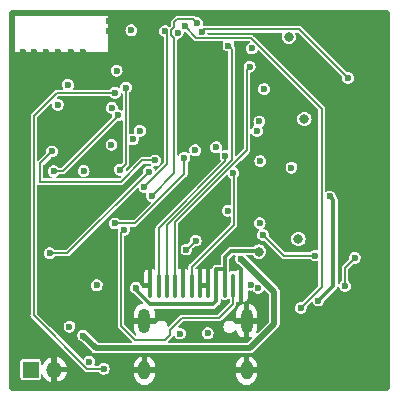
<source format=gbr>
%TF.GenerationSoftware,KiCad,Pcbnew,(6.0.0-rc1-323-gb9e66d8b98)*%
%TF.CreationDate,2021-12-09T23:12:50+08:00*%
%TF.ProjectId,Xterminal,58746572-6d69-46e6-916c-2e6b69636164,rev?*%
%TF.SameCoordinates,PXb340ac0PY76b1be0*%
%TF.FileFunction,Copper,L4,Bot*%
%TF.FilePolarity,Positive*%
%FSLAX46Y46*%
G04 Gerber Fmt 4.6, Leading zero omitted, Abs format (unit mm)*
G04 Created by KiCad (PCBNEW (6.0.0-rc1-323-gb9e66d8b98)) date 2021-12-09 23:12:50*
%MOMM*%
%LPD*%
G01*
G04 APERTURE LIST*
G04 Aperture macros list*
%AMRoundRect*
0 Rectangle with rounded corners*
0 $1 Rounding radius*
0 $2 $3 $4 $5 $6 $7 $8 $9 X,Y pos of 4 corners*
0 Add a 4 corners polygon primitive as box body*
4,1,4,$2,$3,$4,$5,$6,$7,$8,$9,$2,$3,0*
0 Add four circle primitives for the rounded corners*
1,1,$1+$1,$2,$3*
1,1,$1+$1,$4,$5*
1,1,$1+$1,$6,$7*
1,1,$1+$1,$8,$9*
0 Add four rect primitives between the rounded corners*
20,1,$1+$1,$2,$3,$4,$5,0*
20,1,$1+$1,$4,$5,$6,$7,0*
20,1,$1+$1,$6,$7,$8,$9,0*
20,1,$1+$1,$8,$9,$2,$3,0*%
G04 Aperture macros list end*
%TA.AperFunction,Profile*%
%ADD10C,0.500000*%
%TD*%
%TA.AperFunction,ComponentPad*%
%ADD11O,1.000000X2.100000*%
%TD*%
%TA.AperFunction,ComponentPad*%
%ADD12O,1.000000X1.600000*%
%TD*%
%TA.AperFunction,ComponentPad*%
%ADD13R,1.350000X1.350000*%
%TD*%
%TA.AperFunction,ComponentPad*%
%ADD14O,1.350000X1.350000*%
%TD*%
%TA.AperFunction,SMDPad,CuDef*%
%ADD15RoundRect,0.050000X0.125000X0.950000X-0.125000X0.950000X-0.125000X-0.950000X0.125000X-0.950000X0*%
%TD*%
%TA.AperFunction,ViaPad*%
%ADD16C,0.600000*%
%TD*%
%TA.AperFunction,ViaPad*%
%ADD17C,0.800000*%
%TD*%
%TA.AperFunction,Conductor*%
%ADD18C,0.150000*%
%TD*%
%TA.AperFunction,Conductor*%
%ADD19C,0.300000*%
%TD*%
%TA.AperFunction,Conductor*%
%ADD20C,0.500000*%
%TD*%
G04 APERTURE END LIST*
D10*
X0Y31750000D02*
X31750000Y31750000D01*
X31750000Y31750000D02*
X31750000Y0D01*
X31750000Y0D02*
X0Y0D01*
X0Y0D02*
X0Y31750000D01*
D11*
%TO.P,U3,S1,SHIELD*%
%TO.N,GND*%
X19814000Y5645000D03*
X11174000Y5645000D03*
D12*
X19814000Y1465000D03*
X11174000Y1465000D03*
%TD*%
D13*
%TO.P,J1,1,Pin_1*%
%TO.N,+BATT*%
X1540000Y1524000D03*
D14*
%TO.P,J1,2,Pin_2*%
%TO.N,GND*%
X3540000Y1524000D03*
%TD*%
D15*
%TO.P,U7,1,GND*%
%TO.N,GND*%
X19372000Y8636000D03*
%TO.P,U7,2,LEDK*%
%TO.N,Net-(R20-Pad2)*%
X18672000Y8636000D03*
%TO.P,U7,3,LEDA*%
%TO.N,+3V3*%
X17972000Y8636000D03*
%TO.P,U7,4,VDD*%
X17272000Y8636000D03*
%TO.P,U7,5,GND*%
%TO.N,GND*%
X16572000Y8636000D03*
%TO.P,U7,6,GND*%
X15872000Y8636000D03*
%TO.P,U7,7,D/C*%
%TO.N,/GPIO2*%
X15172000Y8636000D03*
%TO.P,U7,8,CS*%
%TO.N,GND*%
X14472000Y8636000D03*
%TO.P,U7,9,SCL*%
%TO.N,/GPIO18*%
X13772000Y8636000D03*
%TO.P,U7,10,SDA*%
%TO.N,/GPIO23*%
X13072000Y8636000D03*
%TO.P,U7,11,RESET*%
%TO.N,/GPIO4*%
X12372000Y8636000D03*
%TO.P,U7,12,GND*%
%TO.N,GND*%
X11672000Y8636000D03*
%TD*%
D16*
%TO.N,GND*%
X14528800Y16637000D03*
X3937000Y26568400D03*
X685800Y23291800D03*
X889000Y24257000D03*
X2184400Y3632200D03*
X914400Y4013200D03*
X1092200Y7391400D03*
X1219200Y8509000D03*
X1244600Y15163800D03*
X1244600Y16230600D03*
X4013200Y16687800D03*
X5130800Y13436600D03*
X10033000Y14960600D03*
X8966200Y21894800D03*
X12115800Y27533600D03*
X10414000Y29210000D03*
X22606000Y24638000D03*
X26924000Y26162000D03*
X25146000Y30988000D03*
X28194000Y30988000D03*
X30734000Y30734000D03*
X30226000Y22860000D03*
X30226000Y23876000D03*
X27940000Y20574000D03*
X27940000Y19050000D03*
X30734000Y16256000D03*
X30480000Y14986000D03*
X30734000Y11176000D03*
X29210000Y6096000D03*
X29464000Y3810000D03*
X30988000Y1524000D03*
X30734000Y2794000D03*
X30988000Y4318000D03*
X28194000Y762000D03*
X26670000Y762000D03*
X20828000Y7112000D03*
X10922000Y12192000D03*
X16002000Y15240000D03*
X2844800Y28422600D03*
X29591000Y8483600D03*
X1854200Y28448000D03*
X29997400Y1168400D03*
X17526000Y13792200D03*
X20370800Y20701000D03*
X6324600Y12090400D03*
X10033000Y10820400D03*
X30353000Y10312400D03*
X16916400Y2489200D03*
X14757400Y25781000D03*
X8153400Y30149800D03*
X14808200Y26898600D03*
X15925800Y26924000D03*
X14681200Y2514600D03*
X5969000Y28422600D03*
X3708400Y22428200D03*
X18846800Y10160000D03*
X3886200Y28422600D03*
D17*
X23571200Y6223000D03*
D16*
X863600Y28422600D03*
X22047200Y18516600D03*
X11861800Y14147800D03*
X13233400Y2540000D03*
X18389600Y1346200D03*
X16916400Y1346200D03*
X19888200Y16357600D03*
X6096000Y8839200D03*
X20828000Y16433800D03*
X25425400Y20574000D03*
X8026400Y18465800D03*
X16154400Y24790400D03*
X10160000Y9550400D03*
X13868400Y1524000D03*
X4953000Y28422600D03*
X18592800Y12369800D03*
X18592800Y2463800D03*
X15468600Y1473200D03*
X11277600Y11023600D03*
X14833600Y24765000D03*
X23215600Y10287000D03*
X8178800Y31013400D03*
X16078200Y25857200D03*
D17*
%TO.N,+3V3*%
X24206200Y12573000D03*
D16*
X6019801Y18338801D03*
X3835400Y23926800D03*
X20980400Y19177000D03*
D17*
X24714200Y22733000D03*
X23393400Y29692600D03*
X20853400Y11506200D03*
D16*
X10464800Y8432800D03*
%TO.N,/BAT_DET*%
X9601200Y25400000D03*
X9093200Y18440400D03*
%TO.N,+3.3VA*%
X8813800Y26822400D03*
X21310600Y25273000D03*
X10058400Y30251400D03*
X13974000Y30026800D03*
X20269200Y28727400D03*
X15468600Y20091400D03*
%TO.N,+BATT*%
X5994400Y4394200D03*
X7137400Y8661400D03*
X19354800Y10922000D03*
%TO.N,/VCC_SYS_IN*%
X25908000Y7366000D03*
X26873200Y16179800D03*
%TO.N,/GPIO21*%
X24409400Y6731000D03*
X14579461Y30598100D03*
%TO.N,/KEY1_RAW*%
X28143200Y8610600D03*
X28981400Y10972800D03*
%TO.N,/ESP_BOOT*%
X17246600Y20345400D03*
X4695234Y25634456D03*
X8382000Y20548600D03*
%TO.N,/GPIO12*%
X14554200Y19456400D03*
X8686800Y13893800D03*
%TO.N,/CHG_DET*%
X7721600Y1574800D03*
X8686800Y24942800D03*
%TO.N,/GPIO35*%
X8924393Y23046700D03*
X3505200Y18313400D03*
%TO.N,/GPIO25*%
X11557000Y18288000D03*
X3149600Y11379200D03*
%TO.N,/GPIO34*%
X23622000Y18618200D03*
X8432800Y23672800D03*
%TO.N,/GPIO32*%
X10185400Y21005800D03*
X20701000Y21717000D03*
%TO.N,/GPIO33*%
X10795000Y21742400D03*
X20904200Y22529800D03*
%TO.N,/GPIO2*%
X18669000Y18186400D03*
%TO.N,VBUS*%
X6492278Y2174278D03*
X16535400Y4597400D03*
X20929600Y13919200D03*
X18211800Y14960600D03*
X14173200Y4572000D03*
X20167600Y8712200D03*
X20802600Y8432800D03*
X4826000Y5156200D03*
%TO.N,/USB_PWR_DM*%
X14732000Y11684000D03*
X15514500Y12446000D03*
%TO.N,/GPIO4*%
X18034000Y19608800D03*
%TO.N,/GPIO18*%
X20082500Y27178000D03*
%TO.N,/GPIO23*%
X18288000Y28956000D03*
%TO.N,/CH340_TXD*%
X11781586Y16232869D03*
X15627851Y30840884D03*
%TO.N,/CH340_RXD*%
X11159235Y16974343D03*
X12924999Y30173779D03*
%TO.N,/GPIO22*%
X28397200Y26212800D03*
X16027400Y30124400D03*
%TO.N,/GPIO26*%
X12090400Y19227800D03*
X3352800Y19989800D03*
%TO.N,Net-(C8-Pad1)*%
X25654000Y11176000D03*
X21221917Y12915192D03*
%TO.N,Net-(R20-Pad2)*%
X9464300Y13369300D03*
%TD*%
D18*
%TO.N,/CH340_RXD*%
X11159235Y16974343D02*
X13081000Y18896108D01*
X13081000Y30017778D02*
X12924999Y30173779D01*
X13081000Y18896108D02*
X13081000Y30017778D01*
D19*
%TO.N,+3V3*%
X10464800Y8255000D02*
X10464800Y8432800D01*
X17272000Y7289800D02*
X17018000Y7035800D01*
X18542000Y11582400D02*
X20816300Y11582400D01*
X17983200Y11023600D02*
X18542000Y11582400D01*
X17983200Y10033000D02*
X17983200Y8647200D01*
X17983200Y8647200D02*
X17972000Y8636000D01*
X17983200Y10033000D02*
X17983200Y11023600D01*
X11684000Y7035800D02*
X10464800Y8255000D01*
X17272000Y8636000D02*
X17272000Y10033000D01*
X17272000Y8636000D02*
X17272000Y7289800D01*
X17272000Y10033000D02*
X17983200Y10033000D01*
X17018000Y7035800D02*
X11684000Y7035800D01*
D18*
%TO.N,/BAT_DET*%
X9093200Y18440400D02*
X9601200Y18948400D01*
X9601200Y18948400D02*
X9601200Y25400000D01*
D20*
%TO.N,+BATT*%
X22174200Y8102600D02*
X19354800Y10922000D01*
X20116800Y3352800D02*
X22174200Y5410200D01*
X22174200Y5410200D02*
X22174200Y8102600D01*
X5994400Y4394200D02*
X7035800Y3352800D01*
X7035800Y3352800D02*
X20116800Y3352800D01*
D19*
%TO.N,/VCC_SYS_IN*%
X25908000Y7366000D02*
X27178000Y8636000D01*
X27178000Y15875000D02*
X26873200Y16179800D01*
X27178000Y8636000D02*
X27178000Y15875000D01*
D18*
%TO.N,/GPIO21*%
X15577672Y29599889D02*
X20177133Y29599889D01*
X26178511Y8500111D02*
X24409400Y6731000D01*
X26178511Y23598511D02*
X26178511Y8500111D01*
X14579461Y30598100D02*
X15577672Y29599889D01*
X20177133Y29599889D02*
X26178511Y23598511D01*
%TO.N,/KEY1_RAW*%
X28981400Y10972800D02*
X28143200Y10134600D01*
X28143200Y10134600D02*
X28143200Y8610600D01*
%TO.N,/GPIO12*%
X14554200Y18084800D02*
X14554200Y19456400D01*
X8686800Y13893800D02*
X10363200Y13893800D01*
X10363200Y13893800D02*
X14554200Y18084800D01*
%TO.N,/CHG_DET*%
X3759200Y24942800D02*
X1803400Y22987000D01*
X1803400Y22987000D02*
X1803400Y6121400D01*
X6350000Y1574800D02*
X7721600Y1574800D01*
X8686800Y24942800D02*
X3759200Y24942800D01*
X1803400Y6121400D02*
X6350000Y1574800D01*
%TO.N,/GPIO35*%
X8924393Y22995993D02*
X8924393Y23046700D01*
X3505200Y18313400D02*
X4241800Y18313400D01*
X4241800Y18313400D02*
X8924393Y22995993D01*
%TO.N,/GPIO25*%
X3149600Y11379200D02*
X4648200Y11379200D01*
X4648200Y11379200D02*
X11557000Y18288000D01*
%TO.N,/GPIO2*%
X18736301Y18119099D02*
X18669000Y18186400D01*
X18736301Y13792301D02*
X18736301Y18119099D01*
X15172000Y8636000D02*
X15172000Y10228000D01*
X15172000Y10228000D02*
X18736301Y13792301D01*
%TO.N,/USB_PWR_DM*%
X14752500Y11684000D02*
X15514500Y12446000D01*
X14732000Y11684000D02*
X14752500Y11684000D01*
%TO.N,/GPIO4*%
X18034000Y19146442D02*
X18034000Y19608800D01*
X12372000Y8636000D02*
X12372000Y13484442D01*
X12372000Y13484442D02*
X18034000Y19146442D01*
%TO.N,/GPIO18*%
X20082500Y27178000D02*
X19846299Y26941799D01*
X19846299Y20111597D02*
X13772000Y14037298D01*
X13772000Y14037298D02*
X13772000Y8636000D01*
X19846299Y26941799D02*
X19846299Y20111597D01*
%TO.N,/GPIO23*%
X18558501Y19247371D02*
X18558501Y28685499D01*
X18558501Y28685499D02*
X18288000Y28956000D01*
X13072000Y8636000D02*
X13072000Y13760870D01*
X13072000Y13760870D02*
X18558501Y19247371D01*
%TO.N,/CH340_TXD*%
X13690600Y30911800D02*
X13690600Y30485158D01*
X13449499Y30244057D02*
X13449499Y29809543D01*
X13449499Y29809543D02*
X13690600Y29568442D01*
X13690600Y30485158D02*
X13449499Y30244057D01*
X13690600Y29568442D02*
X13690600Y18141883D01*
X15627851Y30840884D02*
X15277535Y31191200D01*
X15277535Y31191200D02*
X13970000Y31191200D01*
X13970000Y31191200D02*
X13690600Y30911800D01*
X13690600Y18141883D02*
X11781586Y16232869D01*
%TO.N,/GPIO22*%
X28397200Y26212800D02*
X24292899Y30317101D01*
X24292899Y30317101D02*
X16220101Y30317101D01*
X16220101Y30317101D02*
X16027400Y30124400D01*
%TO.N,/GPIO26*%
X3352800Y19989800D02*
X2336800Y18973800D01*
X10998200Y19227800D02*
X12090400Y19227800D01*
X9194800Y17424400D02*
X10998200Y19227800D01*
X2336800Y17424400D02*
X9194800Y17424400D01*
X2336800Y18973800D02*
X2336800Y17424400D01*
%TO.N,Net-(C8-Pad1)*%
X22961109Y11176000D02*
X21221917Y12915192D01*
X25654000Y11176000D02*
X22961109Y11176000D01*
%TO.N,Net-(R20-Pad2)*%
X18672000Y8636000D02*
X18672000Y7064200D01*
X13335000Y4470400D02*
X12877800Y4013200D01*
X17500600Y5892800D02*
X14351000Y5892800D01*
X9169400Y5232400D02*
X9169400Y13074400D01*
X18672000Y7064200D02*
X17500600Y5892800D01*
X14351000Y5892800D02*
X13335000Y4876800D01*
X9169400Y13074400D02*
X9464300Y13369300D01*
X13335000Y4876800D02*
X13335000Y4470400D01*
X10388600Y4013200D02*
X9169400Y5232400D01*
X12877800Y4013200D02*
X10388600Y4013200D01*
%TD*%
%TA.AperFunction,Conductor*%
%TO.N,GND*%
G36*
X13814716Y31532687D02*
G01*
X13840026Y31488850D01*
X13831236Y31439000D01*
X13808262Y31414471D01*
X13794378Y31405194D01*
X13794377Y31405193D01*
X13771376Y31389824D01*
X13767327Y31383764D01*
X13760058Y31372885D01*
X13750855Y31361671D01*
X13520129Y31130945D01*
X13508918Y31121744D01*
X13491976Y31110424D01*
X13476607Y31087423D01*
X13476606Y31087422D01*
X13459201Y31061373D01*
X13435135Y31025357D01*
X13435134Y31025355D01*
X13431085Y31019295D01*
X13418268Y30954858D01*
X13409703Y30911800D01*
X13411125Y30904651D01*
X13413678Y30891817D01*
X13415100Y30877380D01*
X13415100Y30629926D01*
X13397787Y30582360D01*
X13393426Y30577600D01*
X13366171Y30550345D01*
X13320295Y30528953D01*
X13271400Y30542054D01*
X13265135Y30547726D01*
X13264813Y30547357D01*
X13260838Y30550825D01*
X13257399Y30554816D01*
X13252980Y30557680D01*
X13252978Y30557682D01*
X13190779Y30597997D01*
X13137094Y30632794D01*
X13033167Y30663875D01*
X13004791Y30672361D01*
X13004790Y30672361D01*
X12999738Y30673872D01*
X12926102Y30674322D01*
X12861645Y30674716D01*
X12861644Y30674716D01*
X12856375Y30674748D01*
X12718528Y30635351D01*
X12597279Y30558849D01*
X12502376Y30451391D01*
X12441446Y30321616D01*
X12419390Y30179956D01*
X12420073Y30174733D01*
X12420073Y30174730D01*
X12422707Y30154587D01*
X12437979Y30037800D01*
X12495719Y29906576D01*
X12499111Y29902541D01*
X12584579Y29800863D01*
X12584582Y29800860D01*
X12587969Y29796831D01*
X12602227Y29787340D01*
X12702923Y29720310D01*
X12702926Y29720309D01*
X12707312Y29717389D01*
X12712344Y29715817D01*
X12753567Y29702938D01*
X12793807Y29672229D01*
X12805500Y29632305D01*
X12805500Y19040876D01*
X12788187Y18993310D01*
X12783826Y18988550D01*
X12169838Y18374562D01*
X12123962Y18353170D01*
X12075067Y18366271D01*
X12046033Y18407735D01*
X12044259Y18416399D01*
X12043070Y18424702D01*
X12042323Y18429918D01*
X12029179Y18458828D01*
X11985166Y18555629D01*
X11982984Y18560428D01*
X11978518Y18565612D01*
X11954914Y18593005D01*
X11941984Y18608011D01*
X11924049Y18655346D01*
X11940737Y18703135D01*
X11984239Y18729016D01*
X12007407Y18729330D01*
X12009557Y18728658D01*
X12014820Y18728562D01*
X12014823Y18728561D01*
X12082595Y18727319D01*
X12152899Y18726030D01*
X12157982Y18727416D01*
X12157984Y18727416D01*
X12286127Y18762352D01*
X12286129Y18762353D01*
X12291217Y18763740D01*
X12372300Y18813525D01*
X12408898Y18835996D01*
X12408899Y18835997D01*
X12413391Y18838755D01*
X12509600Y18945046D01*
X12572110Y19074067D01*
X12595896Y19215446D01*
X12596047Y19227800D01*
X12575723Y19369718D01*
X12549941Y19426424D01*
X12518566Y19495429D01*
X12516384Y19500228D01*
X12437169Y19592161D01*
X12426240Y19604845D01*
X12426239Y19604846D01*
X12422800Y19608837D01*
X12418381Y19611701D01*
X12418379Y19611703D01*
X12374689Y19640021D01*
X12302495Y19686815D01*
X12187185Y19721300D01*
X12170192Y19726382D01*
X12170191Y19726382D01*
X12165139Y19727893D01*
X12091503Y19728343D01*
X12027046Y19728737D01*
X12027045Y19728737D01*
X12021776Y19728769D01*
X11883929Y19689372D01*
X11879469Y19686558D01*
X11865856Y19677969D01*
X11762680Y19612870D01*
X11710728Y19554045D01*
X11688004Y19528315D01*
X11643540Y19504122D01*
X11632538Y19503300D01*
X11032620Y19503300D01*
X11018184Y19504722D01*
X11005349Y19507275D01*
X10998200Y19508697D01*
X10971068Y19503300D01*
X10971065Y19503300D01*
X10941838Y19497486D01*
X10890705Y19487315D01*
X10884643Y19483264D01*
X10884642Y19483264D01*
X10863199Y19468936D01*
X10848735Y19459271D01*
X10822578Y19441794D01*
X10822577Y19441793D01*
X10799576Y19426424D01*
X10795527Y19420364D01*
X10788258Y19409485D01*
X10779055Y19398271D01*
X9719904Y18339120D01*
X9674028Y18317728D01*
X9625133Y18330829D01*
X9596099Y18372293D01*
X9594604Y18403723D01*
X9598221Y18425223D01*
X9598696Y18428046D01*
X9598847Y18440400D01*
X9589559Y18505255D01*
X9599954Y18554793D01*
X9610486Y18568070D01*
X9771671Y18729255D01*
X9782882Y18738456D01*
X9799824Y18749776D01*
X9825775Y18788613D01*
X9860715Y18840905D01*
X9864451Y18859684D01*
X9876700Y18921267D01*
X9876700Y18921271D01*
X9880674Y18941251D01*
X9882096Y18948400D01*
X9878122Y18968380D01*
X9876700Y18982816D01*
X9876700Y20477198D01*
X9894013Y20524764D01*
X9937850Y20550074D01*
X9972767Y20547831D01*
X9992264Y20541740D01*
X10104557Y20506658D01*
X10109825Y20506561D01*
X10109828Y20506561D01*
X10170133Y20505456D01*
X10247899Y20504030D01*
X10252982Y20505416D01*
X10252984Y20505416D01*
X10381127Y20540352D01*
X10381129Y20540353D01*
X10386217Y20541740D01*
X10467300Y20591525D01*
X10503898Y20613996D01*
X10503899Y20613997D01*
X10508391Y20616755D01*
X10604600Y20723046D01*
X10667110Y20852067D01*
X10690896Y20993446D01*
X10691047Y21005800D01*
X10670723Y21147718D01*
X10669957Y21149402D01*
X10673133Y21198500D01*
X10708106Y21235095D01*
X10742248Y21242743D01*
X10857499Y21240630D01*
X10862582Y21242016D01*
X10862584Y21242016D01*
X10990727Y21276952D01*
X10990729Y21276953D01*
X10995817Y21278340D01*
X11082991Y21331865D01*
X11113498Y21350596D01*
X11113499Y21350597D01*
X11117991Y21353355D01*
X11214200Y21459646D01*
X11276710Y21588667D01*
X11300496Y21730046D01*
X11300647Y21742400D01*
X11280323Y21884318D01*
X11220984Y22014828D01*
X11127400Y22123437D01*
X11122981Y22126301D01*
X11122979Y22126303D01*
X11042337Y22178572D01*
X11007095Y22201415D01*
X10903168Y22232496D01*
X10874792Y22240982D01*
X10874791Y22240982D01*
X10869739Y22242493D01*
X10796103Y22242943D01*
X10731646Y22243337D01*
X10731645Y22243337D01*
X10726376Y22243369D01*
X10588529Y22203972D01*
X10467280Y22127470D01*
X10372377Y22020012D01*
X10311447Y21890237D01*
X10310637Y21885032D01*
X10310636Y21885030D01*
X10306571Y21858918D01*
X10289391Y21748577D01*
X10290074Y21743354D01*
X10290074Y21743351D01*
X10295505Y21701823D01*
X10307980Y21606421D01*
X10310105Y21601591D01*
X10310571Y21599923D01*
X10306688Y21549453D01*
X10271272Y21513287D01*
X10238845Y21506023D01*
X10196640Y21506281D01*
X10122046Y21506737D01*
X10122045Y21506737D01*
X10116776Y21506769D01*
X9978929Y21467372D01*
X9978800Y21467290D01*
X9930426Y21463823D01*
X9889423Y21493506D01*
X9876700Y21534992D01*
X9876700Y24940396D01*
X9894013Y24987962D01*
X9911974Y25003454D01*
X9924191Y25010955D01*
X10020400Y25117246D01*
X10082910Y25246267D01*
X10106696Y25387646D01*
X10106847Y25400000D01*
X10086523Y25541918D01*
X10027184Y25672428D01*
X9952303Y25759331D01*
X9937040Y25777045D01*
X9937039Y25777046D01*
X9933600Y25781037D01*
X9929181Y25783901D01*
X9929179Y25783903D01*
X9861662Y25827665D01*
X9813295Y25859015D01*
X9709368Y25890096D01*
X9680992Y25898582D01*
X9680991Y25898582D01*
X9675939Y25900093D01*
X9602303Y25900543D01*
X9537846Y25900937D01*
X9537845Y25900937D01*
X9532576Y25900969D01*
X9394729Y25861572D01*
X9273480Y25785070D01*
X9241395Y25748740D01*
X9208091Y25711030D01*
X9178577Y25677612D01*
X9117647Y25547837D01*
X9116837Y25542632D01*
X9116836Y25542630D01*
X9097063Y25415630D01*
X9095591Y25406177D01*
X9095302Y25406222D01*
X9078480Y25361705D01*
X9034336Y25336933D01*
X8982132Y25347863D01*
X8898895Y25401815D01*
X8794968Y25432896D01*
X8766592Y25441382D01*
X8766591Y25441382D01*
X8761539Y25442893D01*
X8687903Y25443343D01*
X8623446Y25443737D01*
X8623445Y25443737D01*
X8618176Y25443769D01*
X8480329Y25404372D01*
X8359080Y25327870D01*
X8311461Y25273951D01*
X8284404Y25243315D01*
X8239940Y25219122D01*
X8228938Y25218300D01*
X5160478Y25218300D01*
X5112912Y25235613D01*
X5087602Y25279450D01*
X5096392Y25329300D01*
X5105611Y25341954D01*
X5114434Y25351702D01*
X5176944Y25480723D01*
X5200730Y25622102D01*
X5200881Y25634456D01*
X5189716Y25712416D01*
X5181304Y25771159D01*
X5181304Y25771160D01*
X5180557Y25776374D01*
X5121218Y25906884D01*
X5027634Y26015493D01*
X5023215Y26018357D01*
X5023213Y26018359D01*
X4967731Y26054320D01*
X4907329Y26093471D01*
X4803402Y26124552D01*
X4775026Y26133038D01*
X4775025Y26133038D01*
X4769973Y26134549D01*
X4696337Y26134999D01*
X4631880Y26135393D01*
X4631879Y26135393D01*
X4626610Y26135425D01*
X4488763Y26096028D01*
X4367514Y26019526D01*
X4360427Y26011501D01*
X4288489Y25930046D01*
X4272611Y25912068D01*
X4211681Y25782293D01*
X4210871Y25777088D01*
X4210870Y25777086D01*
X4204251Y25734572D01*
X4189625Y25640633D01*
X4190308Y25635410D01*
X4190308Y25635407D01*
X4190807Y25631594D01*
X4208214Y25498477D01*
X4265954Y25367253D01*
X4269346Y25363218D01*
X4288933Y25339916D01*
X4306287Y25292364D01*
X4289016Y25244783D01*
X4245200Y25219435D01*
X4232287Y25218300D01*
X3793620Y25218300D01*
X3779183Y25219722D01*
X3766349Y25222275D01*
X3759200Y25223697D01*
X3732068Y25218300D01*
X3732065Y25218300D01*
X3696571Y25211239D01*
X3651705Y25202315D01*
X3617577Y25179511D01*
X3583578Y25156794D01*
X3583577Y25156793D01*
X3560576Y25141424D01*
X3556527Y25135364D01*
X3549258Y25124485D01*
X3540055Y25113271D01*
X1632929Y23206145D01*
X1621718Y23196944D01*
X1604776Y23185624D01*
X1589407Y23162623D01*
X1589406Y23162622D01*
X1571929Y23136465D01*
X1543885Y23094495D01*
X1543885Y23094494D01*
X1541458Y23082294D01*
X1532218Y23035841D01*
X1522503Y22987000D01*
X1523925Y22979851D01*
X1526478Y22967017D01*
X1527900Y22952580D01*
X1527900Y6155820D01*
X1526478Y6141384D01*
X1522503Y6121400D01*
X1523925Y6114251D01*
X1527900Y6094268D01*
X1527900Y6094267D01*
X1528466Y6091424D01*
X1543885Y6013905D01*
X1604776Y5922776D01*
X1621718Y5911456D01*
X1632929Y5902255D01*
X6130855Y1404329D01*
X6140056Y1393118D01*
X6151376Y1376176D01*
X6174377Y1360807D01*
X6174378Y1360806D01*
X6242505Y1315285D01*
X6249650Y1313864D01*
X6249652Y1313863D01*
X6322860Y1299301D01*
X6322865Y1299300D01*
X6322868Y1299300D01*
X6322876Y1299299D01*
X6350000Y1293904D01*
X6357149Y1295326D01*
X6369980Y1297878D01*
X6384416Y1299300D01*
X7264826Y1299300D01*
X7312392Y1281987D01*
X7321472Y1272916D01*
X7381180Y1201884D01*
X7381183Y1201881D01*
X7384570Y1197852D01*
X7388957Y1194932D01*
X7499524Y1121331D01*
X7499527Y1121330D01*
X7503913Y1118410D01*
X7640757Y1075658D01*
X7646025Y1075561D01*
X7646028Y1075561D01*
X7706333Y1074456D01*
X7784099Y1073030D01*
X7789182Y1074416D01*
X7789184Y1074416D01*
X7917327Y1109352D01*
X7917329Y1109353D01*
X7922417Y1110740D01*
X8044591Y1185755D01*
X8140800Y1292046D01*
X8203310Y1421067D01*
X8227096Y1562446D01*
X8227247Y1574800D01*
X8206923Y1716718D01*
X8201772Y1728048D01*
X10274000Y1728048D01*
X10277638Y1718052D01*
X10282925Y1715000D01*
X10910952Y1715000D01*
X10920948Y1718638D01*
X10924000Y1723925D01*
X10924000Y1728048D01*
X11424000Y1728048D01*
X11427638Y1718052D01*
X11432925Y1715000D01*
X12060952Y1715000D01*
X12070948Y1718638D01*
X12074000Y1723925D01*
X12074000Y1728048D01*
X18914000Y1728048D01*
X18917638Y1718052D01*
X18922925Y1715000D01*
X19550952Y1715000D01*
X19560948Y1718638D01*
X19564000Y1723925D01*
X19564000Y1728048D01*
X20064000Y1728048D01*
X20067638Y1718052D01*
X20072925Y1715000D01*
X20700952Y1715000D01*
X20710948Y1718638D01*
X20714000Y1723925D01*
X20714000Y1810224D01*
X20713798Y1814090D01*
X20699588Y1949293D01*
X20697983Y1956842D01*
X20641917Y2129393D01*
X20638781Y2136436D01*
X20548064Y2293563D01*
X20543534Y2299799D01*
X20422127Y2434634D01*
X20416396Y2439794D01*
X20269623Y2546432D01*
X20262928Y2550297D01*
X20097193Y2624086D01*
X20089853Y2626471D01*
X20076763Y2629254D01*
X20066230Y2627774D01*
X20064113Y2625422D01*
X20064000Y2624842D01*
X20064000Y1728048D01*
X19564000Y1728048D01*
X19564000Y2618919D01*
X19560362Y2628915D01*
X19557623Y2630496D01*
X19557030Y2630485D01*
X19538147Y2626471D01*
X19530807Y2624086D01*
X19365073Y2550297D01*
X19358378Y2546432D01*
X19211604Y2439794D01*
X19205873Y2434634D01*
X19084466Y2299799D01*
X19079936Y2293563D01*
X18989219Y2136436D01*
X18986083Y2129393D01*
X18930017Y1956842D01*
X18928412Y1949293D01*
X18914202Y1814090D01*
X18914000Y1810224D01*
X18914000Y1728048D01*
X12074000Y1728048D01*
X12074000Y1810224D01*
X12073798Y1814090D01*
X12059588Y1949293D01*
X12057983Y1956842D01*
X12001917Y2129393D01*
X11998781Y2136436D01*
X11908064Y2293563D01*
X11903534Y2299799D01*
X11782127Y2434634D01*
X11776396Y2439794D01*
X11629623Y2546432D01*
X11622928Y2550297D01*
X11457193Y2624086D01*
X11449853Y2626471D01*
X11436763Y2629254D01*
X11426230Y2627774D01*
X11424113Y2625422D01*
X11424000Y2624842D01*
X11424000Y1728048D01*
X10924000Y1728048D01*
X10924000Y2618919D01*
X10920362Y2628915D01*
X10917623Y2630496D01*
X10917030Y2630485D01*
X10898147Y2626471D01*
X10890807Y2624086D01*
X10725073Y2550297D01*
X10718378Y2546432D01*
X10571604Y2439794D01*
X10565873Y2434634D01*
X10444466Y2299799D01*
X10439936Y2293563D01*
X10349219Y2136436D01*
X10346083Y2129393D01*
X10290017Y1956842D01*
X10288412Y1949293D01*
X10274202Y1814090D01*
X10274000Y1810224D01*
X10274000Y1728048D01*
X8201772Y1728048D01*
X8179225Y1777638D01*
X8149766Y1842429D01*
X8147584Y1847228D01*
X8054000Y1955837D01*
X8049581Y1958701D01*
X8049579Y1958703D01*
X7993275Y1995197D01*
X7933695Y2033815D01*
X7829768Y2064896D01*
X7801392Y2073382D01*
X7801391Y2073382D01*
X7796339Y2074893D01*
X7722703Y2075343D01*
X7658246Y2075737D01*
X7658245Y2075737D01*
X7652976Y2075769D01*
X7515129Y2036372D01*
X7393880Y1959870D01*
X7333519Y1891524D01*
X7319204Y1875315D01*
X7274740Y1851122D01*
X7263738Y1850300D01*
X7009585Y1850300D01*
X6962019Y1867613D01*
X6936709Y1911450D01*
X6942990Y1956565D01*
X6971688Y2015798D01*
X6973988Y2020545D01*
X6997774Y2161924D01*
X6997925Y2174278D01*
X6992078Y2215108D01*
X6978348Y2310981D01*
X6978348Y2310982D01*
X6977601Y2316196D01*
X6947536Y2382322D01*
X6920444Y2441907D01*
X6918262Y2446706D01*
X6824678Y2555315D01*
X6820259Y2558179D01*
X6820257Y2558181D01*
X6780346Y2584050D01*
X6704373Y2633293D01*
X6600446Y2664374D01*
X6572070Y2672860D01*
X6572069Y2672860D01*
X6567017Y2674371D01*
X6493381Y2674821D01*
X6428924Y2675215D01*
X6428923Y2675215D01*
X6423654Y2675247D01*
X6285807Y2635850D01*
X6164558Y2559348D01*
X6069655Y2451890D01*
X6067416Y2447121D01*
X6067412Y2447115D01*
X6048266Y2406336D01*
X6012380Y2370637D01*
X5961942Y2366358D01*
X5928956Y2385460D01*
X3152039Y5162377D01*
X4320391Y5162377D01*
X4321074Y5157154D01*
X4321074Y5157151D01*
X4326083Y5118847D01*
X4338980Y5020221D01*
X4396720Y4888997D01*
X4412484Y4870243D01*
X4485580Y4783284D01*
X4485583Y4783281D01*
X4488970Y4779252D01*
X4500999Y4771245D01*
X4603924Y4702731D01*
X4603927Y4702730D01*
X4608313Y4699810D01*
X4745157Y4657058D01*
X4750425Y4656961D01*
X4750428Y4656961D01*
X4810733Y4655856D01*
X4888499Y4654430D01*
X4893582Y4655816D01*
X4893584Y4655816D01*
X5021727Y4690752D01*
X5021729Y4690753D01*
X5026817Y4692140D01*
X5089467Y4730607D01*
X5144498Y4764396D01*
X5144499Y4764397D01*
X5148991Y4767155D01*
X5245200Y4873446D01*
X5307710Y5002467D01*
X5331496Y5143846D01*
X5331647Y5156200D01*
X5321758Y5225251D01*
X5312070Y5292903D01*
X5312070Y5292904D01*
X5311323Y5298118D01*
X5268670Y5391930D01*
X5254166Y5423829D01*
X5251984Y5428628D01*
X5158400Y5537237D01*
X5153981Y5540101D01*
X5153979Y5540103D01*
X5092596Y5579889D01*
X5038095Y5615215D01*
X4934168Y5646296D01*
X4905792Y5654782D01*
X4905791Y5654782D01*
X4900739Y5656293D01*
X4827103Y5656743D01*
X4762646Y5657137D01*
X4762645Y5657137D01*
X4757376Y5657169D01*
X4619529Y5617772D01*
X4498280Y5541270D01*
X4444966Y5480903D01*
X4426677Y5460194D01*
X4403377Y5433812D01*
X4342447Y5304037D01*
X4341637Y5298832D01*
X4341636Y5298830D01*
X4335518Y5259532D01*
X4320391Y5162377D01*
X3152039Y5162377D01*
X2100574Y6213842D01*
X2079182Y6259718D01*
X2078900Y6266168D01*
X2078900Y8667577D01*
X6631791Y8667577D01*
X6632474Y8662354D01*
X6632474Y8662351D01*
X6632973Y8658538D01*
X6650380Y8525421D01*
X6686125Y8444184D01*
X6704284Y8402916D01*
X6708120Y8394197D01*
X6728582Y8369855D01*
X6796980Y8288484D01*
X6796983Y8288481D01*
X6800370Y8284452D01*
X6804757Y8281532D01*
X6915324Y8207931D01*
X6915327Y8207930D01*
X6919713Y8205010D01*
X7056557Y8162258D01*
X7061825Y8162161D01*
X7061828Y8162161D01*
X7122133Y8161056D01*
X7199899Y8159630D01*
X7204982Y8161016D01*
X7204984Y8161016D01*
X7333127Y8195952D01*
X7333129Y8195953D01*
X7338217Y8197340D01*
X7412699Y8243072D01*
X7455898Y8269596D01*
X7455899Y8269597D01*
X7460391Y8272355D01*
X7556600Y8378646D01*
X7619110Y8507667D01*
X7642896Y8649046D01*
X7643047Y8661400D01*
X7628315Y8764268D01*
X7623470Y8798103D01*
X7623470Y8798104D01*
X7622723Y8803318D01*
X7581324Y8894372D01*
X7565566Y8929029D01*
X7563384Y8933828D01*
X7500471Y9006842D01*
X7473240Y9038445D01*
X7473239Y9038446D01*
X7469800Y9042437D01*
X7465381Y9045301D01*
X7465379Y9045303D01*
X7385203Y9097270D01*
X7349495Y9120415D01*
X7245568Y9151496D01*
X7217192Y9159982D01*
X7217191Y9159982D01*
X7212139Y9161493D01*
X7138503Y9161943D01*
X7074046Y9162337D01*
X7074045Y9162337D01*
X7068776Y9162369D01*
X6930929Y9122972D01*
X6809680Y9046470D01*
X6714777Y8939012D01*
X6653847Y8809237D01*
X6631791Y8667577D01*
X2078900Y8667577D01*
X2078900Y17126938D01*
X2096213Y17174504D01*
X2140050Y17199814D01*
X2194013Y17188467D01*
X2229305Y17164885D01*
X2236450Y17163464D01*
X2236452Y17163463D01*
X2329651Y17144925D01*
X2336800Y17143503D01*
X2356784Y17147478D01*
X2371220Y17148900D01*
X9160380Y17148900D01*
X9174816Y17147478D01*
X9194800Y17143503D01*
X9221932Y17148900D01*
X9221935Y17148900D01*
X9257429Y17155961D01*
X9302295Y17164885D01*
X9344265Y17192929D01*
X9370422Y17210406D01*
X9370423Y17210407D01*
X9393424Y17225776D01*
X9404744Y17242718D01*
X9413945Y17253929D01*
X11090642Y18930626D01*
X11136518Y18952018D01*
X11142968Y18952300D01*
X11633626Y18952300D01*
X11681192Y18934987D01*
X11690271Y18925916D01*
X11706060Y18907133D01*
X11723415Y18859582D01*
X11706144Y18812001D01*
X11662329Y18786653D01*
X11638474Y18786330D01*
X11636795Y18786581D01*
X11631739Y18788093D01*
X11557168Y18788549D01*
X11493646Y18788937D01*
X11493645Y18788937D01*
X11488376Y18788969D01*
X11350529Y18749572D01*
X11229280Y18673070D01*
X11213627Y18655346D01*
X11152598Y18586243D01*
X11134377Y18565612D01*
X11073447Y18435837D01*
X11072637Y18430632D01*
X11072636Y18430630D01*
X11068447Y18403723D01*
X11051391Y18294177D01*
X11052074Y18288954D01*
X11052074Y18288950D01*
X11060792Y18222279D01*
X11049793Y18172870D01*
X11039743Y18160359D01*
X4555758Y11676374D01*
X4509882Y11654982D01*
X4503432Y11654700D01*
X3606856Y11654700D01*
X3559290Y11672013D01*
X3550796Y11680396D01*
X3485440Y11756245D01*
X3485439Y11756246D01*
X3482000Y11760237D01*
X3477581Y11763101D01*
X3477579Y11763103D01*
X3413615Y11804562D01*
X3361695Y11838215D01*
X3244957Y11873127D01*
X3229392Y11877782D01*
X3229391Y11877782D01*
X3224339Y11879293D01*
X3150703Y11879743D01*
X3086246Y11880137D01*
X3086245Y11880137D01*
X3080976Y11880169D01*
X2943129Y11840772D01*
X2821880Y11764270D01*
X2785735Y11723343D01*
X2737585Y11668823D01*
X2726977Y11656812D01*
X2666047Y11527037D01*
X2643991Y11385377D01*
X2644674Y11380154D01*
X2644674Y11380151D01*
X2649276Y11344960D01*
X2662580Y11243221D01*
X2720320Y11111997D01*
X2744169Y11083626D01*
X2809180Y11006284D01*
X2809183Y11006281D01*
X2812570Y11002252D01*
X2824869Y10994065D01*
X2927524Y10925731D01*
X2927527Y10925730D01*
X2931913Y10922810D01*
X3068757Y10880058D01*
X3074025Y10879961D01*
X3074028Y10879961D01*
X3134333Y10878856D01*
X3212099Y10877430D01*
X3217182Y10878816D01*
X3217184Y10878816D01*
X3345327Y10913752D01*
X3345329Y10913753D01*
X3350417Y10915140D01*
X3426746Y10962006D01*
X3468098Y10987396D01*
X3468099Y10987397D01*
X3472591Y10990155D01*
X3547140Y11072516D01*
X3553334Y11079359D01*
X3598090Y11103007D01*
X3608197Y11103700D01*
X4613780Y11103700D01*
X4628216Y11102278D01*
X4648200Y11098303D01*
X4675332Y11103700D01*
X4675335Y11103700D01*
X4710829Y11110761D01*
X4755695Y11119685D01*
X4764256Y11125405D01*
X4797665Y11147729D01*
X4797666Y11147730D01*
X4823822Y11165206D01*
X4823823Y11165207D01*
X4846824Y11180576D01*
X4858144Y11197518D01*
X4867345Y11208729D01*
X10545727Y16887111D01*
X10591603Y16908503D01*
X10640498Y16895402D01*
X10669532Y16853938D01*
X10671427Y16844387D01*
X10672215Y16838364D01*
X10729955Y16707140D01*
X10733347Y16703105D01*
X10818815Y16601427D01*
X10818818Y16601424D01*
X10822205Y16597395D01*
X10826592Y16594475D01*
X10937159Y16520874D01*
X10937162Y16520873D01*
X10941548Y16517953D01*
X11078392Y16475201D01*
X11083660Y16475104D01*
X11083663Y16475104D01*
X11150063Y16473887D01*
X11219053Y16472622D01*
X11219054Y16472622D01*
X11221734Y16472573D01*
X11221724Y16472011D01*
X11267348Y16461565D01*
X11297885Y16421194D01*
X11297922Y16380723D01*
X11298033Y16380706D01*
X11297222Y16375497D01*
X11297221Y16375494D01*
X11288849Y16321718D01*
X11275977Y16239046D01*
X11276660Y16233823D01*
X11276660Y16233820D01*
X11278400Y16220515D01*
X11294566Y16096890D01*
X11352306Y15965666D01*
X11355698Y15961631D01*
X11441166Y15859953D01*
X11441169Y15859950D01*
X11444556Y15855921D01*
X11448943Y15853001D01*
X11559510Y15779400D01*
X11559513Y15779399D01*
X11563899Y15776479D01*
X11594388Y15766954D01*
X11669922Y15743356D01*
X11710161Y15712647D01*
X11721247Y15663257D01*
X11700181Y15620397D01*
X10270758Y14190974D01*
X10224882Y14169582D01*
X10218432Y14169300D01*
X9144056Y14169300D01*
X9096490Y14186613D01*
X9087996Y14194996D01*
X9022640Y14270845D01*
X9022639Y14270846D01*
X9019200Y14274837D01*
X9014781Y14277701D01*
X9014779Y14277703D01*
X8969452Y14307082D01*
X8898895Y14352815D01*
X8794968Y14383896D01*
X8766592Y14392382D01*
X8766591Y14392382D01*
X8761539Y14393893D01*
X8687903Y14394343D01*
X8623446Y14394737D01*
X8623445Y14394737D01*
X8618176Y14394769D01*
X8480329Y14355372D01*
X8359080Y14278870D01*
X8351993Y14270845D01*
X8277793Y14186829D01*
X8264177Y14171412D01*
X8203247Y14041637D01*
X8181191Y13899977D01*
X8181874Y13894754D01*
X8181874Y13894751D01*
X8183183Y13884743D01*
X8199780Y13757821D01*
X8257520Y13626597D01*
X8265690Y13616878D01*
X8346380Y13520884D01*
X8346383Y13520881D01*
X8349770Y13516852D01*
X8354157Y13513932D01*
X8464724Y13440331D01*
X8464727Y13440330D01*
X8469113Y13437410D01*
X8605957Y13394658D01*
X8611225Y13394561D01*
X8611228Y13394561D01*
X8671533Y13393456D01*
X8749299Y13392030D01*
X8754382Y13393416D01*
X8754384Y13393416D01*
X8852181Y13420079D01*
X8867553Y13424270D01*
X8917998Y13420079D01*
X8953947Y13384442D01*
X8960392Y13362473D01*
X8962189Y13348725D01*
X8968267Y13302247D01*
X8956420Y13251539D01*
X8913935Y13187957D01*
X8913934Y13187955D01*
X8909885Y13181895D01*
X8908463Y13174744D01*
X8899401Y13129187D01*
X8891863Y13091290D01*
X8888503Y13074400D01*
X8889925Y13067251D01*
X8892478Y13054417D01*
X8893900Y13039980D01*
X8893900Y5266820D01*
X8892478Y5252384D01*
X8888503Y5232400D01*
X8889925Y5225251D01*
X8893900Y5205268D01*
X8893900Y5205267D01*
X8905436Y5147273D01*
X8909885Y5124905D01*
X8970776Y5033776D01*
X8987718Y5022456D01*
X8998929Y5013255D01*
X10082558Y3929626D01*
X10103950Y3883750D01*
X10090849Y3834855D01*
X10049385Y3805821D01*
X10030232Y3803300D01*
X7253055Y3803300D01*
X7205489Y3820613D01*
X7200729Y3824974D01*
X6480987Y4544716D01*
X6465949Y4566413D01*
X6422566Y4661830D01*
X6422564Y4661833D01*
X6420384Y4666628D01*
X6415918Y4671812D01*
X6330240Y4771245D01*
X6330239Y4771246D01*
X6326800Y4775237D01*
X6322381Y4778101D01*
X6322379Y4778103D01*
X6282468Y4803972D01*
X6206495Y4853215D01*
X6086848Y4888997D01*
X6074192Y4892782D01*
X6074191Y4892782D01*
X6069139Y4894293D01*
X5995503Y4894743D01*
X5931046Y4895137D01*
X5931045Y4895137D01*
X5925776Y4895169D01*
X5787929Y4855772D01*
X5666680Y4779270D01*
X5614191Y4719837D01*
X5589377Y4691740D01*
X5571777Y4671812D01*
X5510847Y4542037D01*
X5510037Y4536832D01*
X5510036Y4536830D01*
X5503917Y4497529D01*
X5488791Y4400377D01*
X5507380Y4258221D01*
X5565120Y4126997D01*
X5574692Y4115610D01*
X5653980Y4021284D01*
X5653983Y4021281D01*
X5657370Y4017252D01*
X5661757Y4014332D01*
X5772324Y3940731D01*
X5772327Y3940730D01*
X5776713Y3937810D01*
X5813105Y3926441D01*
X5843363Y3908134D01*
X6695223Y3056274D01*
X6701010Y3049761D01*
X6719352Y3026495D01*
X6723928Y3020690D01*
X6728477Y3017546D01*
X6728478Y3017545D01*
X6772856Y2986874D01*
X6774748Y2985522D01*
X6818166Y2953452D01*
X6818170Y2953450D01*
X6822616Y2950166D01*
X6827682Y2948388D01*
X6827985Y2948203D01*
X6828245Y2948076D01*
X6830306Y2947026D01*
X6830611Y2946864D01*
X6830955Y2946720D01*
X6835369Y2943669D01*
X6875724Y2930906D01*
X6892068Y2925737D01*
X6894271Y2925002D01*
X6941751Y2908329D01*
X6950431Y2905281D01*
X6955794Y2905071D01*
X6956813Y2904813D01*
X6960503Y2904094D01*
X6964530Y2902820D01*
X6971137Y2902300D01*
X7024839Y2902300D01*
X7027745Y2902243D01*
X7080270Y2900179D01*
X7085794Y2899962D01*
X7091136Y2901378D01*
X7095436Y2901853D01*
X7103554Y2902300D01*
X20085649Y2902300D01*
X20094346Y2901787D01*
X20105992Y2900409D01*
X20131110Y2897436D01*
X20136552Y2898430D01*
X20136555Y2898430D01*
X20189600Y2908118D01*
X20191893Y2908500D01*
X20245296Y2916529D01*
X20245297Y2916529D01*
X20250762Y2917351D01*
X20255598Y2919674D01*
X20255936Y2919756D01*
X20256200Y2919847D01*
X20258437Y2920573D01*
X20258746Y2920668D01*
X20259096Y2920812D01*
X20264373Y2921775D01*
X20317142Y2949186D01*
X20319213Y2950221D01*
X20367892Y2973596D01*
X20367893Y2973597D01*
X20372879Y2975991D01*
X20376823Y2979637D01*
X20377731Y2980179D01*
X20380842Y2982275D01*
X20384588Y2984221D01*
X20389628Y2988525D01*
X20427598Y3026495D01*
X20429693Y3028509D01*
X20468296Y3064193D01*
X20472356Y3067946D01*
X20475134Y3072728D01*
X20477831Y3076095D01*
X20483257Y3082154D01*
X22470726Y5069623D01*
X22477239Y5075410D01*
X22501965Y5094903D01*
X22506310Y5098328D01*
X22540153Y5147294D01*
X22541453Y5149113D01*
X22576834Y5197017D01*
X22578612Y5202081D01*
X22578801Y5202391D01*
X22578932Y5202659D01*
X22579975Y5204704D01*
X22580130Y5204997D01*
X22580279Y5205354D01*
X22583331Y5209769D01*
X22584999Y5215042D01*
X22585002Y5215049D01*
X22601274Y5266500D01*
X22602009Y5268705D01*
X22619886Y5319611D01*
X22619886Y5319612D01*
X22621719Y5324831D01*
X22621929Y5330194D01*
X22622187Y5331213D01*
X22622906Y5334903D01*
X22624180Y5338930D01*
X22624700Y5345537D01*
X22624700Y5399239D01*
X22624757Y5402145D01*
X22626821Y5454670D01*
X22627038Y5460194D01*
X22625622Y5465536D01*
X22625147Y5469836D01*
X22624700Y5477954D01*
X22624700Y8071449D01*
X22625213Y8080146D01*
X22628914Y8111419D01*
X22629564Y8116910D01*
X22628571Y8122349D01*
X22618881Y8175409D01*
X22618500Y8177700D01*
X22610472Y8231091D01*
X22610471Y8231094D01*
X22609649Y8236562D01*
X22607326Y8241401D01*
X22607238Y8241758D01*
X22607142Y8242040D01*
X22606424Y8244250D01*
X22606334Y8244543D01*
X22606190Y8244894D01*
X22605226Y8250173D01*
X22577776Y8303018D01*
X22576795Y8304980D01*
X22551009Y8358679D01*
X22547365Y8362620D01*
X22546826Y8363523D01*
X22544728Y8366637D01*
X22542780Y8370388D01*
X22540041Y8373595D01*
X22540038Y8373599D01*
X22539410Y8374333D01*
X22538475Y8375428D01*
X22500505Y8413398D01*
X22498491Y8415493D01*
X22462807Y8454096D01*
X22459054Y8458156D01*
X22454272Y8460934D01*
X22450905Y8463631D01*
X22444846Y8469057D01*
X19841387Y11072516D01*
X19826349Y11094213D01*
X19822682Y11102278D01*
X19811318Y11127272D01*
X19807390Y11177737D01*
X19836821Y11218921D01*
X19878682Y11231900D01*
X20270471Y11231900D01*
X20318037Y11214587D01*
X20329179Y11202948D01*
X20406426Y11102278D01*
X20425118Y11077918D01*
X20428969Y11074963D01*
X20546711Y10984616D01*
X20546715Y10984614D01*
X20550559Y10981664D01*
X20696638Y10921156D01*
X20701440Y10920524D01*
X20701443Y10920523D01*
X20848592Y10901151D01*
X20853400Y10900518D01*
X20858208Y10901151D01*
X21005357Y10920523D01*
X21005360Y10920524D01*
X21010162Y10921156D01*
X21156241Y10981664D01*
X21160085Y10984614D01*
X21160089Y10984616D01*
X21277831Y11074963D01*
X21281682Y11077918D01*
X21300374Y11102278D01*
X21374984Y11199511D01*
X21374986Y11199515D01*
X21377936Y11203359D01*
X21438444Y11349438D01*
X21439401Y11356703D01*
X21458449Y11501392D01*
X21459082Y11506200D01*
X21457024Y11521830D01*
X21439077Y11658157D01*
X21439076Y11658160D01*
X21438444Y11662962D01*
X21377936Y11809041D01*
X21374986Y11812885D01*
X21374984Y11812889D01*
X21284637Y11930631D01*
X21281682Y11934482D01*
X21265983Y11946528D01*
X21160089Y12027784D01*
X21160085Y12027786D01*
X21156241Y12030736D01*
X21010162Y12091244D01*
X21005360Y12091876D01*
X21005357Y12091877D01*
X20858208Y12111249D01*
X20853400Y12111882D01*
X20848592Y12111249D01*
X20701443Y12091877D01*
X20701440Y12091876D01*
X20696638Y12091244D01*
X20550559Y12030736D01*
X20546715Y12027786D01*
X20546711Y12027784D01*
X20442985Y11948192D01*
X20397937Y11932900D01*
X18587292Y11932900D01*
X18571718Y11934558D01*
X18558740Y11937352D01*
X18552665Y11936633D01*
X18552664Y11936633D01*
X18525459Y11933413D01*
X18516761Y11932900D01*
X18512885Y11932900D01*
X18499254Y11930631D01*
X18494315Y11929809D01*
X18490866Y11929318D01*
X18442862Y11923637D01*
X18437348Y11920989D01*
X18436206Y11920657D01*
X18435408Y11920475D01*
X18434810Y11920286D01*
X18434048Y11919974D01*
X18432933Y11919592D01*
X18426897Y11918588D01*
X18421515Y11915684D01*
X18384356Y11895634D01*
X18381261Y11894057D01*
X18337674Y11873127D01*
X18333726Y11869808D01*
X18332781Y11868863D01*
X18329307Y11865930D01*
X18324206Y11863178D01*
X18303494Y11840772D01*
X18289860Y11826023D01*
X18287846Y11823928D01*
X17767384Y11303466D01*
X17755198Y11293625D01*
X17749189Y11289745D01*
X17749187Y11289743D01*
X17744048Y11286425D01*
X17740260Y11281620D01*
X17723306Y11260114D01*
X17717519Y11253601D01*
X17714772Y11250854D01*
X17713001Y11248376D01*
X17712997Y11248371D01*
X17703814Y11235520D01*
X17701740Y11232757D01*
X17671808Y11194789D01*
X17669782Y11189020D01*
X17669212Y11187983D01*
X17668770Y11187280D01*
X17668489Y11186740D01*
X17668172Y11185983D01*
X17667645Y11184907D01*
X17664089Y11179931D01*
X17662336Y11174069D01*
X17650240Y11133623D01*
X17649163Y11130307D01*
X17633145Y11084694D01*
X17632700Y11079556D01*
X17632700Y11078219D01*
X17632316Y11073688D01*
X17630656Y11068136D01*
X17630896Y11062026D01*
X17630896Y11062025D01*
X17632643Y11017563D01*
X17632700Y11014658D01*
X17632700Y10457500D01*
X17615387Y10409934D01*
X17571550Y10384624D01*
X17558700Y10383500D01*
X17290626Y10383500D01*
X17284240Y10383776D01*
X17261150Y10385776D01*
X17244120Y10387251D01*
X17203676Y10377204D01*
X17198014Y10376031D01*
X17178183Y10372731D01*
X17162933Y10370193D01*
X17162931Y10370192D01*
X17156897Y10369188D01*
X17151512Y10366282D01*
X17147254Y10364824D01*
X17140952Y10362386D01*
X17136813Y10360595D01*
X17130875Y10359120D01*
X17095872Y10336519D01*
X17090877Y10333565D01*
X17059589Y10316683D01*
X17059587Y10316682D01*
X17054206Y10313778D01*
X17050053Y10309285D01*
X17046515Y10306541D01*
X17041296Y10302155D01*
X17037986Y10299143D01*
X17032848Y10295825D01*
X17007049Y10263100D01*
X17003284Y10258692D01*
X16974999Y10228093D01*
X16972525Y10222497D01*
X16970052Y10218732D01*
X16966561Y10212933D01*
X16964395Y10208992D01*
X16960608Y10204189D01*
X16958581Y10198417D01*
X16958580Y10198415D01*
X16946803Y10164878D01*
X16944671Y10159493D01*
X16927818Y10121371D01*
X16927290Y10115279D01*
X16926181Y10110958D01*
X16923508Y10098546D01*
X16923490Y10098494D01*
X16921945Y10094094D01*
X16921500Y10088956D01*
X16921500Y10087353D01*
X16921431Y10085760D01*
X16920754Y10085789D01*
X16920563Y10084902D01*
X16920202Y10084980D01*
X16904187Y10040981D01*
X16860350Y10015671D01*
X16822981Y10018727D01*
X16786525Y10031529D01*
X16777790Y10033446D01*
X16758136Y10035304D01*
X16750052Y10032362D01*
X16747000Y10027075D01*
X16747000Y8535000D01*
X16729687Y8487434D01*
X16685850Y8462124D01*
X16673000Y8461000D01*
X15771000Y8461000D01*
X15723434Y8478313D01*
X15698124Y8522150D01*
X15697000Y8535000D01*
X15697000Y8824048D01*
X16047000Y8824048D01*
X16050638Y8814052D01*
X16055925Y8811000D01*
X16383952Y8811000D01*
X16393948Y8814638D01*
X16397000Y8819925D01*
X16397000Y10022951D01*
X16393362Y10032947D01*
X16388800Y10035580D01*
X16366216Y10033446D01*
X16357470Y10031527D01*
X16246519Y9992565D01*
X16197481Y9992565D01*
X16086525Y10031529D01*
X16077790Y10033446D01*
X16058136Y10035304D01*
X16050052Y10032362D01*
X16047000Y10027075D01*
X16047000Y8824048D01*
X15697000Y8824048D01*
X15697000Y10022951D01*
X15693362Y10032947D01*
X15688800Y10035580D01*
X15666216Y10033446D01*
X15657470Y10031528D01*
X15546019Y9992389D01*
X15495403Y9992963D01*
X15456998Y10025939D01*
X15447500Y10062209D01*
X15447500Y10083232D01*
X15464813Y10130798D01*
X15469174Y10135558D01*
X18906772Y13573156D01*
X18917983Y13582357D01*
X18934925Y13593677D01*
X18958405Y13628816D01*
X18972691Y13650197D01*
X18995816Y13684806D01*
X18997722Y13694384D01*
X19011801Y13765168D01*
X19011801Y13765169D01*
X19015776Y13785152D01*
X19017198Y13792301D01*
X19013223Y13812285D01*
X19011801Y13826721D01*
X19011801Y17790724D01*
X19030938Y17840383D01*
X19051532Y17863136D01*
X19088200Y17903646D01*
X19150710Y18032667D01*
X19174496Y18174046D01*
X19174647Y18186400D01*
X19154323Y18328318D01*
X19118215Y18407735D01*
X19097166Y18454029D01*
X19094984Y18458828D01*
X19012295Y18554793D01*
X19004840Y18563445D01*
X19004839Y18563446D01*
X19001400Y18567437D01*
X18996981Y18570301D01*
X18996979Y18570303D01*
X18913553Y18624377D01*
X23116391Y18624377D01*
X23117074Y18619154D01*
X23117074Y18619151D01*
X23121798Y18583030D01*
X23134980Y18482221D01*
X23192720Y18350997D01*
X23202704Y18339120D01*
X23281580Y18245284D01*
X23281583Y18245281D01*
X23284970Y18241252D01*
X23322896Y18216006D01*
X23399924Y18164731D01*
X23399927Y18164730D01*
X23404313Y18161810D01*
X23541157Y18119058D01*
X23546425Y18118961D01*
X23546428Y18118961D01*
X23606733Y18117856D01*
X23684499Y18116430D01*
X23689582Y18117816D01*
X23689584Y18117816D01*
X23817727Y18152752D01*
X23817729Y18152753D01*
X23822817Y18154140D01*
X23895742Y18198916D01*
X23940498Y18226396D01*
X23940499Y18226397D01*
X23944991Y18229155D01*
X24041200Y18335446D01*
X24103710Y18464467D01*
X24127496Y18605846D01*
X24127647Y18618200D01*
X24115484Y18703135D01*
X24108070Y18754903D01*
X24108070Y18754904D01*
X24107323Y18760118D01*
X24103036Y18769548D01*
X24050166Y18885829D01*
X24047984Y18890628D01*
X23954400Y18999237D01*
X23949981Y19002101D01*
X23949979Y19002103D01*
X23893834Y19038494D01*
X23834095Y19077215D01*
X23730168Y19108296D01*
X23701792Y19116782D01*
X23701791Y19116782D01*
X23696739Y19118293D01*
X23623103Y19118743D01*
X23558646Y19119137D01*
X23558645Y19119137D01*
X23553376Y19119169D01*
X23415529Y19079772D01*
X23294280Y19003270D01*
X23199377Y18895812D01*
X23138447Y18766037D01*
X23137637Y18760832D01*
X23137636Y18760830D01*
X23130227Y18713243D01*
X23116391Y18624377D01*
X18913553Y18624377D01*
X18890280Y18639462D01*
X18859781Y18679862D01*
X18862387Y18730414D01*
X18878203Y18753885D01*
X19307495Y19183177D01*
X20474791Y19183177D01*
X20475474Y19177954D01*
X20475474Y19177951D01*
X20475973Y19174138D01*
X20493380Y19041021D01*
X20551120Y18909797D01*
X20560063Y18899158D01*
X20639980Y18804084D01*
X20639983Y18804081D01*
X20643370Y18800052D01*
X20663499Y18786653D01*
X20758324Y18723531D01*
X20758327Y18723530D01*
X20762713Y18720610D01*
X20899557Y18677858D01*
X20904825Y18677761D01*
X20904828Y18677761D01*
X20965133Y18676656D01*
X21042899Y18675230D01*
X21047982Y18676616D01*
X21047984Y18676616D01*
X21176127Y18711552D01*
X21176129Y18711553D01*
X21181217Y18712940D01*
X21247903Y18753885D01*
X21298898Y18785196D01*
X21298899Y18785197D01*
X21303391Y18787955D01*
X21399600Y18894246D01*
X21462110Y19023267D01*
X21485896Y19164646D01*
X21486047Y19177000D01*
X21480070Y19218734D01*
X21466470Y19313703D01*
X21466470Y19313704D01*
X21465723Y19318918D01*
X21406384Y19449428D01*
X21312800Y19558037D01*
X21308381Y19560901D01*
X21308379Y19560903D01*
X21260153Y19592161D01*
X21192495Y19636015D01*
X21075479Y19671010D01*
X21060192Y19675582D01*
X21060191Y19675582D01*
X21055139Y19677093D01*
X20981503Y19677543D01*
X20917046Y19677937D01*
X20917045Y19677937D01*
X20911776Y19677969D01*
X20773929Y19638572D01*
X20769469Y19635758D01*
X20765792Y19633438D01*
X20652680Y19562070D01*
X20622869Y19528315D01*
X20561854Y19459228D01*
X20557777Y19454612D01*
X20496847Y19324837D01*
X20474791Y19183177D01*
X19307495Y19183177D01*
X20016770Y19892452D01*
X20027981Y19901653D01*
X20044923Y19912973D01*
X20061424Y19937667D01*
X20083216Y19970282D01*
X20105814Y20004102D01*
X20114333Y20046927D01*
X20121799Y20084464D01*
X20121799Y20084465D01*
X20125774Y20104448D01*
X20127196Y20111597D01*
X20123221Y20131581D01*
X20121799Y20146017D01*
X20121799Y21438603D01*
X20139112Y21486169D01*
X20182949Y21511479D01*
X20232799Y21502689D01*
X20263532Y21468406D01*
X20271720Y21449797D01*
X20275112Y21445762D01*
X20360580Y21344084D01*
X20360583Y21344081D01*
X20363970Y21340052D01*
X20368357Y21337132D01*
X20478924Y21263531D01*
X20478927Y21263530D01*
X20483313Y21260610D01*
X20620157Y21217858D01*
X20625425Y21217761D01*
X20625428Y21217761D01*
X20685733Y21216656D01*
X20763499Y21215230D01*
X20768582Y21216616D01*
X20768584Y21216616D01*
X20896727Y21251552D01*
X20896729Y21251553D01*
X20901817Y21252940D01*
X21023991Y21327955D01*
X21120200Y21434246D01*
X21182710Y21563267D01*
X21206496Y21704646D01*
X21206647Y21717000D01*
X21203419Y21739538D01*
X21187070Y21853703D01*
X21187070Y21853704D01*
X21186323Y21858918D01*
X21126984Y21989428D01*
X21125452Y21991206D01*
X21114674Y22039421D01*
X21137968Y22084361D01*
X21149338Y22092953D01*
X21222698Y22137996D01*
X21222699Y22137997D01*
X21227191Y22140755D01*
X21323400Y22247046D01*
X21385910Y22376067D01*
X21409696Y22517446D01*
X21409847Y22529800D01*
X21389523Y22671718D01*
X21361660Y22733000D01*
X24108518Y22733000D01*
X24109151Y22728192D01*
X24128496Y22581252D01*
X24129156Y22576238D01*
X24189664Y22430159D01*
X24192614Y22426315D01*
X24192616Y22426311D01*
X24282963Y22308569D01*
X24285918Y22304718D01*
X24289769Y22301763D01*
X24407511Y22211416D01*
X24407515Y22211414D01*
X24411359Y22208464D01*
X24557438Y22147956D01*
X24562240Y22147324D01*
X24562243Y22147323D01*
X24709392Y22127951D01*
X24714200Y22127318D01*
X24719008Y22127951D01*
X24866157Y22147323D01*
X24866160Y22147324D01*
X24870962Y22147956D01*
X25017041Y22208464D01*
X25020885Y22211414D01*
X25020889Y22211416D01*
X25138631Y22301763D01*
X25142482Y22304718D01*
X25145437Y22308569D01*
X25235784Y22426311D01*
X25235786Y22426315D01*
X25238736Y22430159D01*
X25299244Y22576238D01*
X25299905Y22581252D01*
X25319249Y22728192D01*
X25319882Y22733000D01*
X25310768Y22802228D01*
X25299877Y22884957D01*
X25299876Y22884960D01*
X25299244Y22889762D01*
X25238736Y23035841D01*
X25235786Y23039685D01*
X25235784Y23039689D01*
X25145437Y23157431D01*
X25142482Y23161282D01*
X25096009Y23196942D01*
X25020889Y23254584D01*
X25020885Y23254586D01*
X25017041Y23257536D01*
X24870962Y23318044D01*
X24866160Y23318676D01*
X24866157Y23318677D01*
X24719008Y23338049D01*
X24714200Y23338682D01*
X24709392Y23338049D01*
X24562243Y23318677D01*
X24562240Y23318676D01*
X24557438Y23318044D01*
X24411359Y23257536D01*
X24407515Y23254586D01*
X24407511Y23254584D01*
X24332391Y23196942D01*
X24285918Y23161282D01*
X24282963Y23157431D01*
X24192616Y23039689D01*
X24192614Y23039685D01*
X24189664Y23035841D01*
X24129156Y22889762D01*
X24128524Y22884960D01*
X24128523Y22884957D01*
X24117632Y22802228D01*
X24108518Y22733000D01*
X21361660Y22733000D01*
X21330184Y22802228D01*
X21257375Y22886727D01*
X21240040Y22906845D01*
X21240039Y22906846D01*
X21236600Y22910837D01*
X21232181Y22913701D01*
X21232179Y22913703D01*
X21192268Y22939572D01*
X21116295Y22988815D01*
X21012368Y23019896D01*
X20983992Y23028382D01*
X20983991Y23028382D01*
X20978939Y23029893D01*
X20905303Y23030343D01*
X20840846Y23030737D01*
X20840845Y23030737D01*
X20835576Y23030769D01*
X20697729Y22991372D01*
X20576480Y22914870D01*
X20481577Y22807412D01*
X20420647Y22677637D01*
X20398591Y22535977D01*
X20399274Y22530754D01*
X20399274Y22530751D01*
X20399773Y22526938D01*
X20417180Y22393821D01*
X20474920Y22262597D01*
X20478312Y22258561D01*
X20479769Y22256221D01*
X20490206Y22206690D01*
X20466362Y22162038D01*
X20456432Y22154535D01*
X20373280Y22102070D01*
X20357640Y22084361D01*
X20291993Y22010029D01*
X20278377Y21994612D01*
X20276138Y21989843D01*
X20276136Y21989840D01*
X20262784Y21961401D01*
X20226897Y21925702D01*
X20176459Y21921422D01*
X20135071Y21950564D01*
X20121799Y21992850D01*
X20121799Y25279177D01*
X20804991Y25279177D01*
X20805674Y25273954D01*
X20805674Y25273951D01*
X20809680Y25243315D01*
X20823580Y25137021D01*
X20881320Y25005797D01*
X20884712Y25001762D01*
X20970180Y24900084D01*
X20970183Y24900081D01*
X20973570Y24896052D01*
X20977957Y24893132D01*
X21088524Y24819531D01*
X21088527Y24819530D01*
X21092913Y24816610D01*
X21229757Y24773858D01*
X21235025Y24773761D01*
X21235028Y24773761D01*
X21295333Y24772656D01*
X21373099Y24771230D01*
X21378182Y24772616D01*
X21378184Y24772616D01*
X21506327Y24807552D01*
X21506329Y24807553D01*
X21511417Y24808940D01*
X21633591Y24883955D01*
X21729800Y24990246D01*
X21792310Y25119267D01*
X21816096Y25260646D01*
X21816247Y25273000D01*
X21798210Y25398950D01*
X21796670Y25409703D01*
X21796670Y25409704D01*
X21795923Y25414918D01*
X21736584Y25545428D01*
X21659053Y25635407D01*
X21646440Y25650045D01*
X21646439Y25650046D01*
X21643000Y25654037D01*
X21638581Y25656901D01*
X21638579Y25656903D01*
X21598668Y25682772D01*
X21522695Y25732015D01*
X21391806Y25771159D01*
X21390392Y25771582D01*
X21390391Y25771582D01*
X21385339Y25773093D01*
X21311703Y25773543D01*
X21247246Y25773937D01*
X21247245Y25773937D01*
X21241976Y25773969D01*
X21104129Y25734572D01*
X20982880Y25658070D01*
X20887977Y25550612D01*
X20827047Y25420837D01*
X20826237Y25415632D01*
X20826236Y25415630D01*
X20824979Y25407554D01*
X20804991Y25279177D01*
X20121799Y25279177D01*
X20121799Y26613379D01*
X20139112Y26660945D01*
X20176334Y26684773D01*
X20201551Y26691648D01*
X20283317Y26713940D01*
X20405491Y26788955D01*
X20501700Y26895246D01*
X20564210Y27024267D01*
X20587996Y27165646D01*
X20588147Y27178000D01*
X20567823Y27319918D01*
X20508484Y27450428D01*
X20414900Y27559037D01*
X20410481Y27561901D01*
X20410479Y27561903D01*
X20370568Y27587772D01*
X20294595Y27637015D01*
X20190668Y27668096D01*
X20162292Y27676582D01*
X20162291Y27676582D01*
X20157239Y27678093D01*
X20083603Y27678543D01*
X20019146Y27678937D01*
X20019145Y27678937D01*
X20013876Y27678969D01*
X19876029Y27639572D01*
X19754780Y27563070D01*
X19659877Y27455612D01*
X19598947Y27325837D01*
X19576891Y27184177D01*
X19577574Y27178954D01*
X19577574Y27178951D01*
X19590473Y27080308D01*
X19586388Y27049373D01*
X19586784Y27049294D01*
X19585362Y27042144D01*
X19581806Y27024267D01*
X19570836Y26969115D01*
X19565402Y26941799D01*
X19566824Y26934650D01*
X19569377Y26921816D01*
X19570799Y26907379D01*
X19570799Y20256365D01*
X19553486Y20208799D01*
X19549125Y20204039D01*
X18960327Y19615241D01*
X18914451Y19593849D01*
X18865556Y19606950D01*
X18836522Y19648414D01*
X18834001Y19667567D01*
X18834001Y28651079D01*
X18835423Y28665516D01*
X18837976Y28678350D01*
X18839398Y28685499D01*
X18818016Y28792994D01*
X18813967Y28799054D01*
X18813966Y28799056D01*
X18794499Y28828191D01*
X18783054Y28881580D01*
X18793021Y28940822D01*
X18793021Y28940824D01*
X18793496Y28943646D01*
X18793647Y28956000D01*
X18773323Y29097918D01*
X18768464Y29108605D01*
X18717925Y29219761D01*
X18713998Y29270227D01*
X18743428Y29311411D01*
X18785289Y29324389D01*
X20021392Y29324389D01*
X20068958Y29307076D01*
X20094268Y29263239D01*
X20085478Y29213389D01*
X20060879Y29187805D01*
X19986894Y29141124D01*
X19941480Y29112470D01*
X19846577Y29005012D01*
X19785647Y28875237D01*
X19763591Y28733577D01*
X19782180Y28591421D01*
X19839920Y28460197D01*
X19852992Y28444646D01*
X19928780Y28354484D01*
X19928783Y28354481D01*
X19932170Y28350452D01*
X19936557Y28347532D01*
X20047124Y28273931D01*
X20047127Y28273930D01*
X20051513Y28271010D01*
X20188357Y28228258D01*
X20193625Y28228161D01*
X20193628Y28228161D01*
X20253933Y28227056D01*
X20331699Y28225630D01*
X20336782Y28227016D01*
X20336784Y28227016D01*
X20464927Y28261952D01*
X20464929Y28261953D01*
X20470017Y28263340D01*
X20592191Y28338355D01*
X20688400Y28444646D01*
X20726056Y28522368D01*
X20762376Y28557626D01*
X20812862Y28561290D01*
X20844977Y28542429D01*
X25881337Y23506069D01*
X25902729Y23460193D01*
X25903011Y23453743D01*
X25903011Y11723343D01*
X25885698Y11675777D01*
X25841861Y11650467D01*
X25807810Y11652446D01*
X25734036Y11674509D01*
X25733792Y11674582D01*
X25733791Y11674582D01*
X25728739Y11676093D01*
X25655103Y11676543D01*
X25590646Y11676937D01*
X25590645Y11676937D01*
X25585376Y11676969D01*
X25447529Y11637572D01*
X25326280Y11561070D01*
X25294884Y11525520D01*
X25251604Y11476515D01*
X25207140Y11452322D01*
X25196138Y11451500D01*
X23105877Y11451500D01*
X23058311Y11468813D01*
X23053551Y11473174D01*
X21953725Y12573000D01*
X23600518Y12573000D01*
X23601151Y12568192D01*
X23619236Y12430823D01*
X23621156Y12416238D01*
X23681664Y12270159D01*
X23684614Y12266315D01*
X23684616Y12266311D01*
X23757639Y12171146D01*
X23777918Y12144718D01*
X23781769Y12141763D01*
X23899511Y12051416D01*
X23899515Y12051414D01*
X23903359Y12048464D01*
X24049438Y11987956D01*
X24054240Y11987324D01*
X24054243Y11987323D01*
X24201392Y11967951D01*
X24206200Y11967318D01*
X24211008Y11967951D01*
X24358157Y11987323D01*
X24358160Y11987324D01*
X24362962Y11987956D01*
X24509041Y12048464D01*
X24512885Y12051414D01*
X24512889Y12051416D01*
X24630631Y12141763D01*
X24634482Y12144718D01*
X24654761Y12171146D01*
X24727784Y12266311D01*
X24727786Y12266315D01*
X24730736Y12270159D01*
X24791244Y12416238D01*
X24793165Y12430823D01*
X24811249Y12568192D01*
X24811882Y12573000D01*
X24809824Y12588630D01*
X24791877Y12724957D01*
X24791876Y12724960D01*
X24791244Y12729762D01*
X24730736Y12875841D01*
X24727786Y12879685D01*
X24727784Y12879689D01*
X24637437Y12997431D01*
X24634482Y13001282D01*
X24565235Y13054417D01*
X24512889Y13094584D01*
X24512885Y13094586D01*
X24509041Y13097536D01*
X24362962Y13158044D01*
X24358160Y13158676D01*
X24358157Y13158677D01*
X24211008Y13178049D01*
X24206200Y13178682D01*
X24201392Y13178049D01*
X24054243Y13158677D01*
X24054240Y13158676D01*
X24049438Y13158044D01*
X23903359Y13097536D01*
X23899515Y13094586D01*
X23899511Y13094584D01*
X23847165Y13054417D01*
X23777918Y13001282D01*
X23774963Y12997431D01*
X23684616Y12879689D01*
X23684614Y12879685D01*
X23681664Y12875841D01*
X23621156Y12729762D01*
X23620524Y12724960D01*
X23620523Y12724957D01*
X23602576Y12588630D01*
X23600518Y12573000D01*
X21953725Y12573000D01*
X21739482Y12787243D01*
X21718090Y12833119D01*
X21718834Y12851846D01*
X21726938Y12900015D01*
X21727413Y12902838D01*
X21727564Y12915192D01*
X21723013Y12946969D01*
X21707987Y13051895D01*
X21707987Y13051896D01*
X21707240Y13057110D01*
X21647901Y13187620D01*
X21554317Y13296229D01*
X21549898Y13299093D01*
X21549896Y13299095D01*
X21509985Y13324964D01*
X21434012Y13374207D01*
X21296656Y13415285D01*
X21297032Y13416542D01*
X21257807Y13437837D01*
X21239252Y13484933D01*
X21258364Y13536533D01*
X21348800Y13636446D01*
X21411310Y13765467D01*
X21435096Y13906846D01*
X21435247Y13919200D01*
X21432688Y13937069D01*
X21415670Y14055903D01*
X21415670Y14055904D01*
X21414923Y14061118D01*
X21355584Y14191628D01*
X21262000Y14300237D01*
X21257581Y14303101D01*
X21257579Y14303103D01*
X21217668Y14328972D01*
X21141695Y14378215D01*
X21026047Y14412801D01*
X21009392Y14417782D01*
X21009391Y14417782D01*
X21004339Y14419293D01*
X20930703Y14419743D01*
X20866246Y14420137D01*
X20866245Y14420137D01*
X20860976Y14420169D01*
X20723129Y14380772D01*
X20601880Y14304270D01*
X20506977Y14196812D01*
X20446047Y14067037D01*
X20445237Y14061832D01*
X20445236Y14061830D01*
X20435019Y13996207D01*
X20423991Y13925377D01*
X20424674Y13920154D01*
X20424674Y13920151D01*
X20426783Y13904023D01*
X20442580Y13783221D01*
X20500320Y13651997D01*
X20516404Y13632863D01*
X20589180Y13546284D01*
X20589183Y13546281D01*
X20592570Y13542252D01*
X20610743Y13530155D01*
X20707524Y13465731D01*
X20707527Y13465730D01*
X20711913Y13462810D01*
X20716945Y13461238D01*
X20791849Y13437837D01*
X20848757Y13420058D01*
X20850479Y13420026D01*
X20893382Y13396046D01*
X20911354Y13348725D01*
X20892827Y13298711D01*
X20823992Y13220769D01*
X20799294Y13192804D01*
X20738364Y13063029D01*
X20716308Y12921369D01*
X20716991Y12916146D01*
X20716991Y12916143D01*
X20718731Y12902838D01*
X20734897Y12779213D01*
X20792637Y12647989D01*
X20796029Y12643954D01*
X20881497Y12542276D01*
X20881500Y12542273D01*
X20884887Y12538244D01*
X20889274Y12535324D01*
X20999841Y12461723D01*
X20999844Y12461722D01*
X21004230Y12458802D01*
X21141074Y12416050D01*
X21146342Y12415953D01*
X21146345Y12415953D01*
X21205297Y12414873D01*
X21284416Y12413422D01*
X21289500Y12414808D01*
X21292005Y12415120D01*
X21341347Y12403821D01*
X21353479Y12394014D01*
X22741964Y11005529D01*
X22751165Y10994318D01*
X22762485Y10977376D01*
X22768546Y10973326D01*
X22783537Y10963309D01*
X22785486Y10962007D01*
X22785487Y10962006D01*
X22787822Y10960446D01*
X22853614Y10916485D01*
X22860759Y10915064D01*
X22860761Y10915063D01*
X22933974Y10900500D01*
X22933977Y10900500D01*
X22961109Y10895103D01*
X22981093Y10899078D01*
X22995529Y10900500D01*
X25197226Y10900500D01*
X25244792Y10883187D01*
X25253872Y10874116D01*
X25313580Y10803084D01*
X25313583Y10803081D01*
X25316970Y10799052D01*
X25321357Y10796132D01*
X25431924Y10722531D01*
X25431927Y10722530D01*
X25436313Y10719610D01*
X25573157Y10676858D01*
X25578425Y10676761D01*
X25578428Y10676761D01*
X25638733Y10675656D01*
X25716499Y10674230D01*
X25721582Y10675616D01*
X25721584Y10675616D01*
X25809547Y10699598D01*
X25859992Y10695407D01*
X25895941Y10659770D01*
X25903011Y10628204D01*
X25903011Y8644879D01*
X25885698Y8597313D01*
X25881337Y8592553D01*
X24540948Y7252164D01*
X24495072Y7230772D01*
X24484139Y7231105D01*
X24484139Y7231093D01*
X24346046Y7231937D01*
X24346045Y7231937D01*
X24340776Y7231969D01*
X24202929Y7192572D01*
X24081680Y7116070D01*
X24031502Y7059254D01*
X23996636Y7019775D01*
X23986777Y7008612D01*
X23925847Y6878837D01*
X23925037Y6873632D01*
X23925036Y6873630D01*
X23923152Y6861527D01*
X23903791Y6737177D01*
X23904474Y6731954D01*
X23904474Y6731951D01*
X23905827Y6721607D01*
X23922380Y6595021D01*
X23980120Y6463797D01*
X23983512Y6459762D01*
X24068980Y6358084D01*
X24068983Y6358081D01*
X24072370Y6354052D01*
X24076757Y6351132D01*
X24187324Y6277531D01*
X24187327Y6277530D01*
X24191713Y6274610D01*
X24328557Y6231858D01*
X24333825Y6231761D01*
X24333828Y6231761D01*
X24394133Y6230656D01*
X24471899Y6229230D01*
X24476982Y6230616D01*
X24476984Y6230616D01*
X24605127Y6265552D01*
X24605129Y6265553D01*
X24610217Y6266940D01*
X24732391Y6341955D01*
X24828600Y6448246D01*
X24891110Y6577267D01*
X24914896Y6718646D01*
X24915047Y6731000D01*
X24905759Y6795855D01*
X24916154Y6845393D01*
X24926686Y6858670D01*
X25306922Y7238906D01*
X25352798Y7260298D01*
X25401693Y7247197D01*
X25426981Y7216383D01*
X25478720Y7098797D01*
X25495076Y7079339D01*
X25567580Y6993084D01*
X25567583Y6993081D01*
X25570970Y6989052D01*
X25589143Y6976955D01*
X25685924Y6912531D01*
X25685927Y6912530D01*
X25690313Y6909610D01*
X25827157Y6866858D01*
X25832425Y6866761D01*
X25832428Y6866761D01*
X25892733Y6865656D01*
X25970499Y6864230D01*
X25975582Y6865616D01*
X25975584Y6865616D01*
X26103727Y6900552D01*
X26103729Y6900553D01*
X26108817Y6901940D01*
X26230991Y6976955D01*
X26327200Y7083246D01*
X26389710Y7212267D01*
X26413496Y7353646D01*
X26414208Y7353526D01*
X26434417Y7396735D01*
X27393816Y8356134D01*
X27406002Y8365975D01*
X27412011Y8369855D01*
X27412013Y8369857D01*
X27417152Y8373175D01*
X27437894Y8399486D01*
X27443681Y8405999D01*
X27446428Y8408746D01*
X27448199Y8411224D01*
X27448203Y8411229D01*
X27457386Y8424080D01*
X27459460Y8426843D01*
X27489392Y8464811D01*
X27491418Y8470580D01*
X27491988Y8471617D01*
X27492429Y8472318D01*
X27492713Y8472865D01*
X27493028Y8473616D01*
X27493557Y8474695D01*
X27497111Y8479669D01*
X27508003Y8516089D01*
X27538217Y8556700D01*
X27587468Y8568388D01*
X27632710Y8545684D01*
X27652275Y8504482D01*
X27656180Y8474621D01*
X27713920Y8343397D01*
X27717312Y8339362D01*
X27802780Y8237684D01*
X27802783Y8237681D01*
X27806170Y8233652D01*
X27840910Y8210527D01*
X27921124Y8157131D01*
X27921127Y8157130D01*
X27925513Y8154210D01*
X28062357Y8111458D01*
X28067625Y8111361D01*
X28067628Y8111361D01*
X28127933Y8110256D01*
X28205699Y8108830D01*
X28210782Y8110216D01*
X28210784Y8110216D01*
X28338927Y8145152D01*
X28338929Y8145153D01*
X28344017Y8146540D01*
X28405104Y8184048D01*
X28461698Y8218796D01*
X28461699Y8218797D01*
X28466191Y8221555D01*
X28562400Y8327846D01*
X28624910Y8456867D01*
X28648696Y8598246D01*
X28648847Y8610600D01*
X28628523Y8752518D01*
X28621232Y8768555D01*
X28571366Y8878229D01*
X28569184Y8883028D01*
X28513125Y8948088D01*
X28479040Y8987645D01*
X28479039Y8987646D01*
X28475600Y8991637D01*
X28471182Y8994501D01*
X28471177Y8994505D01*
X28452450Y9006643D01*
X28421952Y9047043D01*
X28418700Y9068739D01*
X28418700Y9989832D01*
X28436013Y10037398D01*
X28440374Y10042158D01*
X28850152Y10451936D01*
X28896028Y10473328D01*
X28903833Y10473598D01*
X29043899Y10471030D01*
X29048982Y10472416D01*
X29048984Y10472416D01*
X29177127Y10507352D01*
X29177129Y10507353D01*
X29182217Y10508740D01*
X29304391Y10583755D01*
X29400600Y10690046D01*
X29463110Y10819067D01*
X29486896Y10960446D01*
X29487047Y10972800D01*
X29466723Y11114718D01*
X29458128Y11133623D01*
X29409566Y11240429D01*
X29407384Y11245228D01*
X29321449Y11344960D01*
X29317240Y11349845D01*
X29317239Y11349846D01*
X29313800Y11353837D01*
X29309381Y11356701D01*
X29309379Y11356703D01*
X29257106Y11390584D01*
X29193495Y11431815D01*
X29069782Y11468813D01*
X29061192Y11471382D01*
X29061191Y11471382D01*
X29056139Y11472893D01*
X28982503Y11473343D01*
X28918046Y11473737D01*
X28918045Y11473737D01*
X28912776Y11473769D01*
X28774929Y11434372D01*
X28653680Y11357870D01*
X28558777Y11250412D01*
X28497847Y11120637D01*
X28497037Y11115432D01*
X28497036Y11115430D01*
X28493733Y11094213D01*
X28475791Y10978977D01*
X28476474Y10973754D01*
X28476474Y10973750D01*
X28485192Y10907079D01*
X28474193Y10857670D01*
X28464143Y10845159D01*
X27972729Y10353745D01*
X27961518Y10344544D01*
X27944576Y10333224D01*
X27929207Y10310223D01*
X27929206Y10310222D01*
X27911730Y10284066D01*
X27911729Y10284065D01*
X27896200Y10260824D01*
X27883685Y10242095D01*
X27876145Y10204189D01*
X27862303Y10134600D01*
X27863725Y10127451D01*
X27866278Y10114617D01*
X27867700Y10100180D01*
X27867700Y9069426D01*
X27850387Y9021860D01*
X27833188Y9006843D01*
X27815480Y8995670D01*
X27768931Y8942963D01*
X27725093Y8893325D01*
X27720577Y8888212D01*
X27718338Y8883443D01*
X27669485Y8779391D01*
X27633598Y8743692D01*
X27583160Y8739413D01*
X27541772Y8768555D01*
X27528500Y8810841D01*
X27528500Y15829713D01*
X27530158Y15845288D01*
X27531663Y15852278D01*
X27531663Y15852279D01*
X27532951Y15858261D01*
X27529013Y15891533D01*
X27528500Y15900231D01*
X27528500Y15904115D01*
X27525403Y15922720D01*
X27524915Y15926155D01*
X27519955Y15968066D01*
X27519955Y15968067D01*
X27519236Y15974139D01*
X27516589Y15979651D01*
X27516259Y15980788D01*
X27516076Y15981593D01*
X27515889Y15982183D01*
X27515582Y15982933D01*
X27515192Y15984072D01*
X27514188Y15990103D01*
X27491234Y16032642D01*
X27489651Y16035749D01*
X27470741Y16075130D01*
X27470740Y16075131D01*
X27468726Y16079326D01*
X27465408Y16083274D01*
X27464455Y16084227D01*
X27461532Y16087690D01*
X27458778Y16092794D01*
X27421623Y16127140D01*
X27419528Y16129154D01*
X27397945Y16150737D01*
X27377018Y16192572D01*
X27359270Y16316504D01*
X27359269Y16316506D01*
X27358523Y16321718D01*
X27333027Y16377795D01*
X27301366Y16447429D01*
X27299184Y16452228D01*
X27205600Y16560837D01*
X27201181Y16563701D01*
X27201179Y16563703D01*
X27161268Y16589572D01*
X27085295Y16638815D01*
X26981368Y16669896D01*
X26952992Y16678382D01*
X26952991Y16678382D01*
X26947939Y16679893D01*
X26874303Y16680343D01*
X26809846Y16680737D01*
X26809845Y16680737D01*
X26804576Y16680769D01*
X26666729Y16641372D01*
X26587831Y16591591D01*
X26567498Y16578762D01*
X26518032Y16568022D01*
X26473235Y16591591D01*
X26454011Y16641346D01*
X26454011Y23564091D01*
X26455433Y23578528D01*
X26457986Y23591362D01*
X26459408Y23598511D01*
X26454011Y23625644D01*
X26438026Y23706006D01*
X26377135Y23797135D01*
X26360193Y23808455D01*
X26348982Y23817656D01*
X20396278Y29770360D01*
X20387075Y29781574D01*
X20383223Y29787340D01*
X20375757Y29798513D01*
X20352756Y29813882D01*
X20352755Y29813883D01*
X20299691Y29849339D01*
X20284628Y29859404D01*
X20277483Y29860825D01*
X20277481Y29860826D01*
X20204268Y29875389D01*
X20204265Y29875389D01*
X20177133Y29880786D01*
X20169984Y29879364D01*
X20157150Y29876811D01*
X20142713Y29875389D01*
X16579211Y29875389D01*
X16531645Y29892702D01*
X16506335Y29936539D01*
X16508556Y29969523D01*
X16509110Y29970667D01*
X16510660Y29979881D01*
X16535626Y30023915D01*
X16583634Y30041601D01*
X22777235Y30041601D01*
X22824801Y30024288D01*
X22850111Y29980451D01*
X22845602Y29939282D01*
X22808356Y29849362D01*
X22807724Y29844560D01*
X22807723Y29844557D01*
X22790775Y29715817D01*
X22787718Y29692600D01*
X22808356Y29535838D01*
X22868864Y29389759D01*
X22871814Y29385915D01*
X22871816Y29385911D01*
X22960584Y29270227D01*
X22965118Y29264318D01*
X22968969Y29261363D01*
X23086711Y29171016D01*
X23086715Y29171014D01*
X23090559Y29168064D01*
X23236638Y29107556D01*
X23241440Y29106924D01*
X23241443Y29106923D01*
X23388592Y29087551D01*
X23393400Y29086918D01*
X23398208Y29087551D01*
X23545357Y29106923D01*
X23545360Y29106924D01*
X23550162Y29107556D01*
X23696241Y29168064D01*
X23700085Y29171014D01*
X23700089Y29171016D01*
X23817831Y29261363D01*
X23821682Y29264318D01*
X23826216Y29270227D01*
X23914984Y29385911D01*
X23914986Y29385915D01*
X23917936Y29389759D01*
X23978444Y29535838D01*
X23999082Y29692600D01*
X23996025Y29715817D01*
X23979077Y29844557D01*
X23979076Y29844560D01*
X23978444Y29849362D01*
X23941198Y29939282D01*
X23938990Y29989853D01*
X23969805Y30030012D01*
X24009565Y30041601D01*
X24148131Y30041601D01*
X24195697Y30024288D01*
X24200457Y30019927D01*
X27879811Y26340573D01*
X27901203Y26294697D01*
X27900604Y26276863D01*
X27891591Y26218977D01*
X27892274Y26213754D01*
X27892274Y26213751D01*
X27892773Y26209938D01*
X27910180Y26076821D01*
X27967920Y25945597D01*
X27971312Y25941562D01*
X28056780Y25839884D01*
X28056783Y25839881D01*
X28060170Y25835852D01*
X28064557Y25832932D01*
X28175124Y25759331D01*
X28175127Y25759330D01*
X28179513Y25756410D01*
X28316357Y25713658D01*
X28321625Y25713561D01*
X28321628Y25713561D01*
X28381933Y25712456D01*
X28459699Y25711030D01*
X28464782Y25712416D01*
X28464784Y25712416D01*
X28592927Y25747352D01*
X28592929Y25747353D01*
X28598017Y25748740D01*
X28720191Y25823755D01*
X28816400Y25930046D01*
X28878910Y26059067D01*
X28902696Y26200446D01*
X28902847Y26212800D01*
X28891119Y26294697D01*
X28883270Y26349503D01*
X28883270Y26349504D01*
X28882523Y26354718D01*
X28823184Y26485228D01*
X28729600Y26593837D01*
X28725181Y26596701D01*
X28725179Y26596703D01*
X28685268Y26622572D01*
X28609295Y26671815D01*
X28500769Y26704271D01*
X28476992Y26711382D01*
X28476991Y26711382D01*
X28471939Y26712893D01*
X28402103Y26713320D01*
X28333850Y26713737D01*
X28333848Y26713737D01*
X28328576Y26713769D01*
X28326707Y26713235D01*
X28278581Y26723637D01*
X28265684Y26733932D01*
X24512044Y30487572D01*
X24502841Y30498786D01*
X24495572Y30509665D01*
X24491523Y30515725D01*
X24468522Y30531094D01*
X24468521Y30531095D01*
X24441878Y30548897D01*
X24400394Y30576616D01*
X24393249Y30578037D01*
X24393247Y30578038D01*
X24320034Y30592601D01*
X24320031Y30592601D01*
X24292899Y30597998D01*
X24275259Y30594489D01*
X24272916Y30594023D01*
X24258479Y30592601D01*
X16254517Y30592601D01*
X16240081Y30594023D01*
X16227250Y30596575D01*
X16220101Y30597997D01*
X16212952Y30596575D01*
X16206317Y30596575D01*
X16185115Y30599678D01*
X16161782Y30606656D01*
X16121171Y30636873D01*
X16110012Y30689830D01*
X16132872Y30825707D01*
X16133347Y30828530D01*
X16133498Y30840884D01*
X16113174Y30982802D01*
X16053835Y31113312D01*
X15960251Y31221921D01*
X15955832Y31224785D01*
X15955830Y31224787D01*
X15915919Y31250656D01*
X15839946Y31299899D01*
X15731420Y31332355D01*
X15707643Y31339466D01*
X15707642Y31339466D01*
X15702590Y31340977D01*
X15626881Y31341440D01*
X15564495Y31341821D01*
X15564494Y31341821D01*
X15559227Y31341853D01*
X15557432Y31341340D01*
X15509334Y31351738D01*
X15487238Y31373243D01*
X15480208Y31383764D01*
X15476159Y31389824D01*
X15453158Y31405193D01*
X15453157Y31405194D01*
X15439271Y31414472D01*
X15409340Y31455293D01*
X15412651Y31505803D01*
X15447655Y31542369D01*
X15480384Y31550000D01*
X31476000Y31550000D01*
X31523566Y31532687D01*
X31548876Y31488850D01*
X31550000Y31476000D01*
X31550000Y274000D01*
X31532687Y226434D01*
X31488850Y201124D01*
X31476000Y200000D01*
X20207448Y200000D01*
X20159882Y217313D01*
X20134572Y261150D01*
X20143362Y311000D01*
X20177350Y341602D01*
X20262927Y379703D01*
X20269622Y383568D01*
X20416396Y490206D01*
X20422127Y495366D01*
X20543534Y630201D01*
X20548064Y636437D01*
X20638781Y793564D01*
X20641917Y800607D01*
X20697983Y973158D01*
X20699588Y980707D01*
X20713798Y1115910D01*
X20714000Y1119776D01*
X20714000Y1201952D01*
X20710362Y1211948D01*
X20705075Y1215000D01*
X18927048Y1215000D01*
X18917052Y1211362D01*
X18914000Y1206075D01*
X18914000Y1119776D01*
X18914202Y1115910D01*
X18928412Y980707D01*
X18930017Y973158D01*
X18986083Y800607D01*
X18989219Y793564D01*
X19079936Y636437D01*
X19084466Y630201D01*
X19205873Y495366D01*
X19211604Y490206D01*
X19358377Y383568D01*
X19365072Y379703D01*
X19450649Y341602D01*
X19487062Y306440D01*
X19492353Y256098D01*
X19464047Y214133D01*
X19420551Y200000D01*
X11567448Y200000D01*
X11519882Y217313D01*
X11494572Y261150D01*
X11503362Y311000D01*
X11537350Y341602D01*
X11622927Y379703D01*
X11629622Y383568D01*
X11776396Y490206D01*
X11782127Y495366D01*
X11903534Y630201D01*
X11908064Y636437D01*
X11998781Y793564D01*
X12001917Y800607D01*
X12057983Y973158D01*
X12059588Y980707D01*
X12073798Y1115910D01*
X12074000Y1119776D01*
X12074000Y1201952D01*
X12070362Y1211948D01*
X12065075Y1215000D01*
X10287048Y1215000D01*
X10277052Y1211362D01*
X10274000Y1206075D01*
X10274000Y1119776D01*
X10274202Y1115910D01*
X10288412Y980707D01*
X10290017Y973158D01*
X10346083Y800607D01*
X10349219Y793564D01*
X10439936Y636437D01*
X10444466Y630201D01*
X10565873Y495366D01*
X10571604Y490206D01*
X10718377Y383568D01*
X10725072Y379703D01*
X10810649Y341602D01*
X10847062Y306440D01*
X10852353Y256098D01*
X10824047Y214133D01*
X10780551Y200000D01*
X274000Y200000D01*
X226434Y217313D01*
X201124Y261150D01*
X200000Y274000D01*
X200000Y829252D01*
X664500Y829252D01*
X676133Y770769D01*
X680184Y764707D01*
X680184Y764706D01*
X684374Y758435D01*
X720448Y704448D01*
X726509Y700398D01*
X752393Y683103D01*
X786769Y660133D01*
X831295Y651276D01*
X841682Y649210D01*
X841683Y649210D01*
X845252Y648500D01*
X2234748Y648500D01*
X2238317Y649210D01*
X2238318Y649210D01*
X2248705Y651276D01*
X2293231Y660133D01*
X2327608Y683103D01*
X2353491Y700398D01*
X2359552Y704448D01*
X2395626Y758435D01*
X2399816Y764706D01*
X2399816Y764707D01*
X2403867Y770769D01*
X2415500Y829252D01*
X2415500Y1058057D01*
X2432813Y1105623D01*
X2476650Y1130933D01*
X2526500Y1122143D01*
X2556703Y1089038D01*
X2603619Y987270D01*
X2606987Y981436D01*
X2717104Y825623D01*
X2721493Y820484D01*
X2858151Y687358D01*
X2863406Y683103D01*
X3022036Y577110D01*
X3027973Y573886D01*
X3203272Y498572D01*
X3209691Y496487D01*
X3277272Y481194D01*
X3287825Y482536D01*
X3289795Y484668D01*
X3290000Y485685D01*
X3290000Y486979D01*
X3790000Y486979D01*
X3793638Y476983D01*
X3796051Y475590D01*
X3975903Y536642D01*
X3982073Y539389D01*
X4148535Y632611D01*
X4154105Y636439D01*
X4300788Y758435D01*
X4305565Y763212D01*
X4427561Y909895D01*
X4431389Y915465D01*
X4524611Y1081927D01*
X4527358Y1088097D01*
X4587393Y1264954D01*
X4586030Y1271502D01*
X4582860Y1274000D01*
X3803048Y1274000D01*
X3793052Y1270362D01*
X3790000Y1265075D01*
X3790000Y486979D01*
X3290000Y486979D01*
X3290000Y1787048D01*
X3790000Y1787048D01*
X3793638Y1777052D01*
X3798925Y1774000D01*
X4573459Y1774000D01*
X4583455Y1777638D01*
X4584381Y1779243D01*
X4584241Y1782035D01*
X4548819Y1907631D01*
X4546397Y1913939D01*
X4462013Y2085053D01*
X4458488Y2090807D01*
X4344335Y2243676D01*
X4339809Y2248703D01*
X4199718Y2378201D01*
X4194347Y2382322D01*
X4032999Y2484125D01*
X4026979Y2487192D01*
X3849773Y2557891D01*
X3843297Y2559809D01*
X3802798Y2567864D01*
X3792284Y2566246D01*
X3790026Y2563671D01*
X3790000Y2563532D01*
X3790000Y1787048D01*
X3290000Y1787048D01*
X3290000Y2558826D01*
X3286362Y2568822D01*
X3283122Y2570692D01*
X3263923Y2567393D01*
X3257391Y2565642D01*
X3078398Y2499609D01*
X3072307Y2496704D01*
X2908336Y2399151D01*
X2902877Y2395185D01*
X2759433Y2269388D01*
X2754780Y2264484D01*
X2636671Y2114664D01*
X2632985Y2108988D01*
X2554989Y1960742D01*
X2517520Y1926707D01*
X2466940Y1924720D01*
X2426916Y1955710D01*
X2415500Y1995197D01*
X2415500Y2218748D01*
X2403867Y2277231D01*
X2359552Y2343552D01*
X2293231Y2387867D01*
X2248705Y2396724D01*
X2238318Y2398790D01*
X2238317Y2398790D01*
X2234748Y2399500D01*
X845252Y2399500D01*
X841683Y2398790D01*
X841682Y2398790D01*
X831295Y2396724D01*
X786769Y2387867D01*
X720448Y2343552D01*
X676133Y2277231D01*
X664500Y2218748D01*
X664500Y829252D01*
X200000Y829252D01*
X200000Y26828577D01*
X8308191Y26828577D01*
X8308874Y26823354D01*
X8308874Y26823351D01*
X8309373Y26819538D01*
X8326780Y26686421D01*
X8384520Y26555197D01*
X8387912Y26551162D01*
X8473380Y26449484D01*
X8473383Y26449481D01*
X8476770Y26445452D01*
X8481157Y26442532D01*
X8591724Y26368931D01*
X8591727Y26368930D01*
X8596113Y26366010D01*
X8732957Y26323258D01*
X8738225Y26323161D01*
X8738228Y26323161D01*
X8798533Y26322056D01*
X8876299Y26320630D01*
X8881382Y26322016D01*
X8881384Y26322016D01*
X9009527Y26356952D01*
X9009529Y26356953D01*
X9014617Y26358340D01*
X9136791Y26433355D01*
X9233000Y26539646D01*
X9295510Y26668667D01*
X9319296Y26810046D01*
X9319447Y26822400D01*
X9307277Y26907379D01*
X9299870Y26959103D01*
X9299870Y26959104D01*
X9299123Y26964318D01*
X9239784Y27094828D01*
X9146200Y27203437D01*
X9141781Y27206301D01*
X9141779Y27206303D01*
X9101868Y27232172D01*
X9025895Y27281415D01*
X8914587Y27314703D01*
X8893592Y27320982D01*
X8893591Y27320982D01*
X8888539Y27322493D01*
X8814903Y27322943D01*
X8750446Y27323337D01*
X8750445Y27323337D01*
X8745176Y27323369D01*
X8607329Y27283972D01*
X8486080Y27207470D01*
X8391177Y27100012D01*
X8330247Y26970237D01*
X8308191Y26828577D01*
X200000Y26828577D01*
X200000Y28374000D01*
X217313Y28421566D01*
X261150Y28446876D01*
X274000Y28448000D01*
X8128000Y28448000D01*
X8128000Y30257577D01*
X9552791Y30257577D01*
X9553474Y30252354D01*
X9553474Y30252351D01*
X9553973Y30248538D01*
X9571380Y30115421D01*
X9581281Y30092920D01*
X9624173Y29995441D01*
X9629120Y29984197D01*
X9632512Y29980162D01*
X9717980Y29878484D01*
X9717983Y29878481D01*
X9721370Y29874452D01*
X9725757Y29871532D01*
X9836324Y29797931D01*
X9836327Y29797930D01*
X9840713Y29795010D01*
X9977557Y29752258D01*
X9982825Y29752161D01*
X9982828Y29752161D01*
X10043133Y29751056D01*
X10120899Y29749630D01*
X10125982Y29751016D01*
X10125984Y29751016D01*
X10254127Y29785952D01*
X10254129Y29785953D01*
X10259217Y29787340D01*
X10352404Y29844557D01*
X10376898Y29859596D01*
X10376899Y29859597D01*
X10381391Y29862355D01*
X10477600Y29968646D01*
X10540110Y30097667D01*
X10563896Y30239046D01*
X10564047Y30251400D01*
X10560210Y30278194D01*
X10544470Y30388103D01*
X10544470Y30388104D01*
X10543723Y30393318D01*
X10538137Y30405605D01*
X10486566Y30519029D01*
X10484384Y30523828D01*
X10415064Y30604277D01*
X10394240Y30628445D01*
X10394239Y30628446D01*
X10390800Y30632437D01*
X10386381Y30635301D01*
X10386379Y30635303D01*
X10327758Y30673299D01*
X10270495Y30710415D01*
X10151717Y30745937D01*
X10138192Y30749982D01*
X10138191Y30749982D01*
X10133139Y30751493D01*
X10059503Y30751943D01*
X9995046Y30752337D01*
X9995045Y30752337D01*
X9989776Y30752369D01*
X9851929Y30712972D01*
X9847469Y30710158D01*
X9825306Y30696174D01*
X9730680Y30636470D01*
X9685882Y30585746D01*
X9651979Y30547357D01*
X9635777Y30529012D01*
X9574847Y30399237D01*
X9574037Y30394032D01*
X9574036Y30394030D01*
X9572307Y30382922D01*
X9552791Y30257577D01*
X8128000Y30257577D01*
X8128000Y31476000D01*
X8145313Y31523566D01*
X8189150Y31548876D01*
X8202000Y31550000D01*
X13767150Y31550000D01*
X13814716Y31532687D01*
G37*
%TD.AperFunction*%
%TA.AperFunction,Conductor*%
G36*
X18878408Y11214587D02*
G01*
X18903718Y11170750D01*
X18897827Y11126451D01*
X18873486Y11074608D01*
X18873484Y11074602D01*
X18871247Y11069837D01*
X18870437Y11064632D01*
X18870436Y11064630D01*
X18863108Y11017563D01*
X18849191Y10928177D01*
X18867780Y10786021D01*
X18925520Y10654797D01*
X18928912Y10650762D01*
X19014380Y10549084D01*
X19014383Y10549081D01*
X19017770Y10545052D01*
X19022157Y10542132D01*
X19132724Y10468531D01*
X19132727Y10468530D01*
X19137113Y10465610D01*
X19173505Y10454241D01*
X19203763Y10435934D01*
X19530868Y10108829D01*
X19552260Y10062953D01*
X19547708Y10042414D01*
X19547843Y10042402D01*
X19547000Y10032764D01*
X19547000Y7249049D01*
X19550638Y7239053D01*
X19555200Y7236420D01*
X19577784Y7238554D01*
X19586530Y7240472D01*
X19704729Y7281981D01*
X19714395Y7287098D01*
X19814343Y7360922D01*
X19822078Y7368657D01*
X19895902Y7468605D01*
X19901019Y7478271D01*
X19942529Y7596475D01*
X19944446Y7605210D01*
X19946837Y7630501D01*
X19947000Y7633969D01*
X19947000Y8156074D01*
X19964313Y8203640D01*
X20008150Y8228950D01*
X20043066Y8226707D01*
X20081721Y8214631D01*
X20081723Y8214631D01*
X20086757Y8213058D01*
X20092025Y8212961D01*
X20092028Y8212961D01*
X20152333Y8211856D01*
X20230099Y8210430D01*
X20278849Y8223721D01*
X20329292Y8219530D01*
X20366045Y8182130D01*
X20369003Y8175409D01*
X20373320Y8165597D01*
X20376710Y8161564D01*
X20462180Y8059884D01*
X20462183Y8059881D01*
X20465570Y8055852D01*
X20469957Y8052932D01*
X20580524Y7979331D01*
X20580527Y7979330D01*
X20584913Y7976410D01*
X20721757Y7933658D01*
X20727025Y7933561D01*
X20727028Y7933561D01*
X20787333Y7932456D01*
X20865099Y7931030D01*
X20870182Y7932416D01*
X20870184Y7932416D01*
X20998327Y7967352D01*
X20998329Y7967353D01*
X21003417Y7968740D01*
X21125591Y8043755D01*
X21221800Y8150046D01*
X21263859Y8236856D01*
X21300179Y8272114D01*
X21350665Y8275778D01*
X21382780Y8256917D01*
X21702026Y7937671D01*
X21723418Y7891795D01*
X21723700Y7885345D01*
X21723700Y5627455D01*
X21706387Y5579889D01*
X21702026Y5575129D01*
X20747076Y4620179D01*
X20701200Y4598787D01*
X20652305Y4611888D01*
X20623271Y4653352D01*
X20627683Y4703779D01*
X20630664Y4709505D01*
X20638781Y4723564D01*
X20641917Y4730607D01*
X20697983Y4903158D01*
X20699588Y4910707D01*
X20713798Y5045910D01*
X20714000Y5049776D01*
X20714000Y5381952D01*
X20710362Y5391948D01*
X20705075Y5395000D01*
X20077048Y5395000D01*
X20067052Y5391362D01*
X20064000Y5386075D01*
X20064000Y4241081D01*
X20067638Y4231085D01*
X20070377Y4229504D01*
X20070970Y4229515D01*
X20089853Y4233529D01*
X20097193Y4235914D01*
X20211232Y4286687D01*
X20261727Y4290218D01*
X20302679Y4260465D01*
X20314925Y4211350D01*
X20293656Y4166759D01*
X19951871Y3824974D01*
X19905995Y3803582D01*
X19899545Y3803300D01*
X13236168Y3803300D01*
X13188602Y3820613D01*
X13163292Y3864450D01*
X13172082Y3914300D01*
X13183842Y3929626D01*
X13505471Y4251255D01*
X13516682Y4260456D01*
X13533624Y4271776D01*
X13594245Y4362501D01*
X13635066Y4392432D01*
X13685576Y4389121D01*
X13723506Y4351191D01*
X13743920Y4304797D01*
X13747312Y4300762D01*
X13832780Y4199084D01*
X13832783Y4199081D01*
X13836170Y4195052D01*
X13840557Y4192132D01*
X13951124Y4118531D01*
X13951127Y4118530D01*
X13955513Y4115610D01*
X14092357Y4072858D01*
X14097625Y4072761D01*
X14097628Y4072761D01*
X14157933Y4071656D01*
X14235699Y4070230D01*
X14240782Y4071616D01*
X14240784Y4071616D01*
X14368927Y4106552D01*
X14368929Y4106553D01*
X14374017Y4107940D01*
X14496191Y4182955D01*
X14592400Y4289246D01*
X14654910Y4418267D01*
X14678696Y4559646D01*
X14678847Y4572000D01*
X14675619Y4594538D01*
X14674325Y4603577D01*
X16029791Y4603577D01*
X16030474Y4598354D01*
X16030474Y4598351D01*
X16037215Y4546805D01*
X16048380Y4461421D01*
X16106120Y4330197D01*
X16109512Y4326162D01*
X16194980Y4224484D01*
X16194983Y4224481D01*
X16198370Y4220452D01*
X16202757Y4217532D01*
X16313324Y4143931D01*
X16313327Y4143930D01*
X16317713Y4141010D01*
X16454557Y4098258D01*
X16459825Y4098161D01*
X16459828Y4098161D01*
X16520133Y4097056D01*
X16597899Y4095630D01*
X16602982Y4097016D01*
X16602984Y4097016D01*
X16731127Y4131952D01*
X16731129Y4131953D01*
X16736217Y4133340D01*
X16823391Y4186865D01*
X16853898Y4205596D01*
X16853899Y4205597D01*
X16858391Y4208355D01*
X16954600Y4314646D01*
X17017110Y4443667D01*
X17040896Y4585046D01*
X17041047Y4597400D01*
X17031133Y4666628D01*
X17021470Y4734103D01*
X17021470Y4734104D01*
X17020723Y4739318D01*
X17001280Y4782082D01*
X16963566Y4865029D01*
X16961384Y4869828D01*
X16867800Y4978437D01*
X16863381Y4981301D01*
X16863379Y4981303D01*
X16822472Y5007817D01*
X16747495Y5056415D01*
X16643568Y5087496D01*
X16615192Y5095982D01*
X16615191Y5095982D01*
X16610139Y5097493D01*
X16536503Y5097943D01*
X16472046Y5098337D01*
X16472045Y5098337D01*
X16466776Y5098369D01*
X16328929Y5058972D01*
X16207680Y4982470D01*
X16200593Y4974445D01*
X16119069Y4882136D01*
X16112777Y4875012D01*
X16051847Y4745237D01*
X16051037Y4740032D01*
X16051036Y4740030D01*
X16043580Y4692140D01*
X16029791Y4603577D01*
X14674325Y4603577D01*
X14659270Y4708703D01*
X14659270Y4708704D01*
X14658523Y4713918D01*
X14649346Y4734103D01*
X14601366Y4839629D01*
X14599184Y4844428D01*
X14505600Y4953037D01*
X14501181Y4955901D01*
X14501179Y4955903D01*
X14455852Y4985282D01*
X14385295Y5031015D01*
X14281368Y5062096D01*
X14252992Y5070582D01*
X14252991Y5070582D01*
X14247939Y5072093D01*
X14177193Y5072525D01*
X14109849Y5072937D01*
X14109847Y5072937D01*
X14107743Y5072950D01*
X14107741Y5072950D01*
X14104576Y5072969D01*
X14104580Y5073633D01*
X14059118Y5083460D01*
X14028092Y5123455D01*
X14028918Y5145000D01*
X17853965Y5145000D01*
X17872026Y5007817D01*
X17924976Y4879983D01*
X18009209Y4770209D01*
X18013056Y4767257D01*
X18013057Y4767256D01*
X18069997Y4723564D01*
X18118982Y4685976D01*
X18123461Y4684121D01*
X18123464Y4684119D01*
X18242336Y4634882D01*
X18246817Y4633026D01*
X18384000Y4614965D01*
X18521183Y4633026D01*
X18525664Y4634882D01*
X18644536Y4684119D01*
X18644539Y4684121D01*
X18649018Y4685976D01*
X18698003Y4723564D01*
X18754943Y4767256D01*
X18754944Y4767257D01*
X18758791Y4770209D01*
X18823806Y4854938D01*
X18866498Y4882136D01*
X18916683Y4875529D01*
X18950881Y4838208D01*
X18952892Y4832758D01*
X18986083Y4730607D01*
X18989219Y4723564D01*
X19079936Y4566437D01*
X19084466Y4560201D01*
X19205873Y4425366D01*
X19211604Y4420206D01*
X19358377Y4313568D01*
X19365072Y4309703D01*
X19530807Y4235914D01*
X19538147Y4233529D01*
X19551237Y4230746D01*
X19561770Y4232226D01*
X19563887Y4234578D01*
X19564000Y4235158D01*
X19564000Y5381952D01*
X19560362Y5391948D01*
X19555075Y5395000D01*
X18927050Y5395000D01*
X18921363Y5392930D01*
X18870744Y5392929D01*
X18837344Y5417419D01*
X18758791Y5519791D01*
X18736056Y5537237D01*
X18652865Y5601072D01*
X18649018Y5604024D01*
X18644539Y5605879D01*
X18644536Y5605881D01*
X18525664Y5655118D01*
X18521183Y5656974D01*
X18384000Y5675035D01*
X18246817Y5656974D01*
X18118983Y5604024D01*
X18009209Y5519791D01*
X17924976Y5410017D01*
X17872026Y5282183D01*
X17853965Y5145000D01*
X14028918Y5145000D01*
X14030032Y5174037D01*
X14046222Y5198406D01*
X14443442Y5595626D01*
X14489318Y5617018D01*
X14495768Y5617300D01*
X17466180Y5617300D01*
X17480616Y5615878D01*
X17500600Y5611903D01*
X17527732Y5617300D01*
X17527735Y5617300D01*
X17600948Y5631863D01*
X17600950Y5631864D01*
X17608095Y5633285D01*
X17670578Y5675035D01*
X17676222Y5678806D01*
X17676223Y5678807D01*
X17699224Y5694176D01*
X17710544Y5711117D01*
X17719746Y5722330D01*
X17905464Y5908048D01*
X18914000Y5908048D01*
X18917638Y5898052D01*
X18922925Y5895000D01*
X19550952Y5895000D01*
X19560948Y5898638D01*
X19564000Y5903925D01*
X19564000Y5908048D01*
X20064000Y5908048D01*
X20067638Y5898052D01*
X20072925Y5895000D01*
X20700952Y5895000D01*
X20710948Y5898638D01*
X20714000Y5903925D01*
X20714000Y6240224D01*
X20713798Y6244090D01*
X20699588Y6379293D01*
X20697983Y6386842D01*
X20641917Y6559393D01*
X20638781Y6566436D01*
X20548064Y6723563D01*
X20543534Y6729799D01*
X20422127Y6864634D01*
X20416396Y6869794D01*
X20269623Y6976432D01*
X20262928Y6980297D01*
X20097193Y7054086D01*
X20089853Y7056471D01*
X20076763Y7059254D01*
X20066230Y7057774D01*
X20064113Y7055422D01*
X20064000Y7054842D01*
X20064000Y5908048D01*
X19564000Y5908048D01*
X19564000Y7048919D01*
X19560362Y7058915D01*
X19557623Y7060496D01*
X19557030Y7060485D01*
X19538147Y7056471D01*
X19530807Y7054086D01*
X19365073Y6980297D01*
X19358378Y6976432D01*
X19211604Y6869794D01*
X19205873Y6864634D01*
X19084466Y6729799D01*
X19079936Y6723563D01*
X18989219Y6566436D01*
X18986083Y6559393D01*
X18930017Y6386842D01*
X18928412Y6379293D01*
X18914202Y6244090D01*
X18914000Y6240224D01*
X18914000Y5908048D01*
X17905464Y5908048D01*
X18842471Y6845055D01*
X18853682Y6854256D01*
X18870624Y6865576D01*
X18931515Y6956705D01*
X18937369Y6986132D01*
X18947500Y7037067D01*
X18947500Y7037068D01*
X18951475Y7057051D01*
X18952897Y7064200D01*
X18948922Y7084184D01*
X18947500Y7098620D01*
X18947500Y7209791D01*
X18964813Y7257357D01*
X19008650Y7282667D01*
X19046019Y7279611D01*
X19157475Y7240471D01*
X19166210Y7238554D01*
X19185864Y7236696D01*
X19193948Y7239638D01*
X19197000Y7244925D01*
X19197000Y10022951D01*
X19193362Y10032947D01*
X19188800Y10035580D01*
X19166216Y10033446D01*
X19157470Y10031528D01*
X19039271Y9990019D01*
X19029605Y9984902D01*
X18929657Y9911078D01*
X18921922Y9903343D01*
X18893817Y9865292D01*
X18851631Y9837317D01*
X18827039Y9835613D01*
X18825245Y9835790D01*
X18821674Y9836500D01*
X18522326Y9836500D01*
X18518757Y9835790D01*
X18518756Y9835790D01*
X18456407Y9823388D01*
X18456405Y9823387D01*
X18449260Y9821966D01*
X18443202Y9817918D01*
X18436466Y9815128D01*
X18435145Y9818316D01*
X18399605Y9809640D01*
X18354218Y9832052D01*
X18333700Y9883196D01*
X18333700Y10014374D01*
X18333976Y10020760D01*
X18336923Y10054784D01*
X18337451Y10060880D01*
X18335883Y10067193D01*
X18333700Y10085032D01*
X18333700Y10847766D01*
X18351013Y10895332D01*
X18355374Y10900092D01*
X18665508Y11210226D01*
X18711384Y11231618D01*
X18717834Y11231900D01*
X18830842Y11231900D01*
X18878408Y11214587D01*
G37*
%TD.AperFunction*%
%TA.AperFunction,Conductor*%
G36*
X14698891Y30086729D02*
G01*
X14711023Y30076922D01*
X15358526Y29429419D01*
X15367728Y29418206D01*
X15379048Y29401265D01*
X15402049Y29385896D01*
X15402050Y29385895D01*
X15470178Y29340373D01*
X15577672Y29318992D01*
X15584821Y29320414D01*
X15597657Y29322967D01*
X15612093Y29324389D01*
X17791503Y29324389D01*
X17839069Y29307076D01*
X17864379Y29263239D01*
X17858488Y29218939D01*
X17806685Y29108605D01*
X17806684Y29108601D01*
X17804447Y29103837D01*
X17782391Y28962177D01*
X17783074Y28956954D01*
X17783074Y28956951D01*
X17783573Y28953138D01*
X17800980Y28820021D01*
X17858720Y28688797D01*
X17862112Y28684762D01*
X17947580Y28583084D01*
X17947583Y28583081D01*
X17950970Y28579052D01*
X17955357Y28576132D01*
X18065924Y28502531D01*
X18065927Y28502530D01*
X18070313Y28499610D01*
X18207157Y28456858D01*
X18212429Y28456761D01*
X18217634Y28455918D01*
X18217341Y28454112D01*
X18257604Y28438612D01*
X18282101Y28394316D01*
X18283001Y28382811D01*
X18283001Y20156146D01*
X18265688Y20108580D01*
X18221851Y20083270D01*
X18187800Y20085249D01*
X18123602Y20104448D01*
X18113792Y20107382D01*
X18113791Y20107382D01*
X18108739Y20108893D01*
X18035103Y20109343D01*
X17970646Y20109737D01*
X17970645Y20109737D01*
X17965376Y20109769D01*
X17827529Y20070372D01*
X17823071Y20067559D01*
X17818958Y20064964D01*
X17769491Y20054225D01*
X17724695Y20077795D01*
X17705529Y20124645D01*
X17712876Y20159812D01*
X17728310Y20191667D01*
X17752096Y20333046D01*
X17752247Y20345400D01*
X17731923Y20487318D01*
X17724281Y20504127D01*
X17674766Y20613029D01*
X17672584Y20617828D01*
X17609950Y20690518D01*
X17582440Y20722445D01*
X17582439Y20722446D01*
X17579000Y20726437D01*
X17574581Y20729301D01*
X17574579Y20729303D01*
X17534668Y20755172D01*
X17458695Y20804415D01*
X17354768Y20835496D01*
X17326392Y20843982D01*
X17326391Y20843982D01*
X17321339Y20845493D01*
X17247703Y20845943D01*
X17183246Y20846337D01*
X17183245Y20846337D01*
X17177976Y20846369D01*
X17040129Y20806972D01*
X16918880Y20730470D01*
X16823977Y20623012D01*
X16763047Y20493237D01*
X16762237Y20488032D01*
X16762236Y20488030D01*
X16759187Y20468445D01*
X16740991Y20351577D01*
X16741674Y20346354D01*
X16741674Y20346351D01*
X16742173Y20342538D01*
X16759580Y20209421D01*
X16793457Y20132430D01*
X16811511Y20091400D01*
X16817320Y20078197D01*
X16830392Y20062646D01*
X16906180Y19972484D01*
X16906183Y19972481D01*
X16909570Y19968452D01*
X16947496Y19943206D01*
X17024524Y19891931D01*
X17024527Y19891930D01*
X17028913Y19889010D01*
X17165757Y19846258D01*
X17171025Y19846161D01*
X17171028Y19846161D01*
X17231333Y19845056D01*
X17309099Y19843630D01*
X17314182Y19845016D01*
X17314184Y19845016D01*
X17442327Y19879952D01*
X17442329Y19879953D01*
X17447417Y19881340D01*
X17463575Y19891261D01*
X17513169Y19901396D01*
X17557675Y19877281D01*
X17576268Y19830201D01*
X17569279Y19796749D01*
X17552687Y19761411D01*
X17552684Y19761402D01*
X17550447Y19756637D01*
X17549637Y19751432D01*
X17549636Y19751430D01*
X17541995Y19702355D01*
X17528391Y19614977D01*
X17529074Y19609754D01*
X17529074Y19609751D01*
X17531524Y19591016D01*
X17546980Y19472821D01*
X17604720Y19341597D01*
X17608112Y19337561D01*
X17608115Y19337557D01*
X17668290Y19265971D01*
X17685645Y19218420D01*
X17668374Y19170839D01*
X17663971Y19166029D01*
X12201529Y13703587D01*
X12190318Y13694386D01*
X12173376Y13683066D01*
X12158007Y13660065D01*
X12158006Y13660064D01*
X12142225Y13636446D01*
X12112485Y13591937D01*
X12112485Y13591936D01*
X12110059Y13579738D01*
X12110058Y13579737D01*
X12100196Y13530155D01*
X12091103Y13484442D01*
X12092525Y13477293D01*
X12095078Y13464459D01*
X12096500Y13450022D01*
X12096500Y10062209D01*
X12079187Y10014643D01*
X12035350Y9989333D01*
X11997981Y9992389D01*
X11886525Y10031529D01*
X11877790Y10033446D01*
X11858136Y10035304D01*
X11850052Y10032362D01*
X11847000Y10027075D01*
X11847000Y8535000D01*
X11829687Y8487434D01*
X11785850Y8462124D01*
X11773000Y8461000D01*
X11110049Y8461000D01*
X11099425Y8457133D01*
X11061612Y8425405D01*
X11010993Y8425405D01*
X10972217Y8457942D01*
X10963050Y8484451D01*
X10950870Y8569504D01*
X10950869Y8569506D01*
X10950123Y8574718D01*
X10909426Y8664228D01*
X10892966Y8700429D01*
X10890784Y8705228D01*
X10826881Y8779391D01*
X10800640Y8809845D01*
X10800639Y8809846D01*
X10797200Y8813837D01*
X10792781Y8816701D01*
X10792779Y8816703D01*
X10781447Y8824048D01*
X11097000Y8824048D01*
X11100638Y8814052D01*
X11105925Y8811000D01*
X11483952Y8811000D01*
X11493948Y8814638D01*
X11497000Y8819925D01*
X11497000Y10022951D01*
X11493362Y10032947D01*
X11488800Y10035580D01*
X11466216Y10033446D01*
X11457470Y10031528D01*
X11339271Y9990019D01*
X11329605Y9984902D01*
X11229657Y9911078D01*
X11221922Y9903343D01*
X11148098Y9803395D01*
X11142981Y9793729D01*
X11101471Y9675525D01*
X11099554Y9666790D01*
X11097163Y9641499D01*
X11097000Y9638031D01*
X11097000Y8824048D01*
X10781447Y8824048D01*
X10725922Y8860037D01*
X10676895Y8891815D01*
X10557455Y8927535D01*
X10544592Y8931382D01*
X10544591Y8931382D01*
X10539539Y8932893D01*
X10465903Y8933343D01*
X10401446Y8933737D01*
X10401445Y8933737D01*
X10396176Y8933769D01*
X10258329Y8894372D01*
X10137080Y8817870D01*
X10103097Y8779391D01*
X10067790Y8739413D01*
X10042177Y8710412D01*
X9981247Y8580637D01*
X9980437Y8575432D01*
X9980436Y8575430D01*
X9977520Y8556700D01*
X9959191Y8438977D01*
X9959874Y8433754D01*
X9959874Y8433751D01*
X9964355Y8399486D01*
X9977780Y8296821D01*
X10035520Y8165597D01*
X10043525Y8156074D01*
X10124380Y8059884D01*
X10124383Y8059881D01*
X10127770Y8055852D01*
X10132157Y8052932D01*
X10242770Y7979301D01*
X10254091Y7970027D01*
X11024031Y7200087D01*
X11045423Y7154211D01*
X11032322Y7105316D01*
X10987091Y7075378D01*
X10898147Y7056471D01*
X10890807Y7054086D01*
X10725073Y6980297D01*
X10718378Y6976432D01*
X10571604Y6869794D01*
X10565873Y6864634D01*
X10444466Y6729799D01*
X10439936Y6723563D01*
X10349219Y6566436D01*
X10346083Y6559393D01*
X10290017Y6386842D01*
X10288412Y6379293D01*
X10274202Y6244090D01*
X10274000Y6240224D01*
X10274000Y5908048D01*
X10277638Y5898052D01*
X10282925Y5895000D01*
X12060952Y5895000D01*
X12070948Y5898638D01*
X12074000Y5903925D01*
X12074000Y6240224D01*
X12073798Y6244090D01*
X12059588Y6379293D01*
X12057983Y6386842D01*
X12001917Y6559393D01*
X11998780Y6566438D01*
X11994240Y6574302D01*
X11985452Y6624152D01*
X12010762Y6667989D01*
X12058327Y6685300D01*
X16972713Y6685300D01*
X16988288Y6683642D01*
X17001261Y6680849D01*
X17007336Y6681568D01*
X17007337Y6681568D01*
X17034533Y6684787D01*
X17043231Y6685300D01*
X17047115Y6685300D01*
X17050129Y6685802D01*
X17050133Y6685802D01*
X17065701Y6688393D01*
X17069151Y6688884D01*
X17111065Y6693845D01*
X17111066Y6693845D01*
X17117138Y6694564D01*
X17122650Y6697211D01*
X17123787Y6697541D01*
X17124595Y6697725D01*
X17125180Y6697910D01*
X17125932Y6698218D01*
X17127071Y6698608D01*
X17133103Y6699612D01*
X17163147Y6715823D01*
X17175645Y6722566D01*
X17178751Y6724148D01*
X17218125Y6743055D01*
X17218135Y6743062D01*
X17222326Y6745074D01*
X17226274Y6748392D01*
X17227227Y6749345D01*
X17230690Y6752268D01*
X17235794Y6755022D01*
X17270140Y6792177D01*
X17272154Y6794272D01*
X17487816Y7009934D01*
X17500002Y7019775D01*
X17506011Y7023655D01*
X17506013Y7023657D01*
X17511152Y7026975D01*
X17531894Y7053286D01*
X17537681Y7059799D01*
X17540428Y7062546D01*
X17542199Y7065024D01*
X17542203Y7065029D01*
X17551386Y7077880D01*
X17553460Y7080643D01*
X17583392Y7118611D01*
X17585418Y7124380D01*
X17585988Y7125417D01*
X17586429Y7126118D01*
X17586713Y7126665D01*
X17587028Y7127416D01*
X17587557Y7128495D01*
X17591111Y7133469D01*
X17592863Y7139329D01*
X17592865Y7139332D01*
X17604963Y7179785D01*
X17606040Y7183101D01*
X17614615Y7207520D01*
X17622055Y7228706D01*
X17622500Y7233844D01*
X17622500Y7235184D01*
X17622883Y7239711D01*
X17624543Y7245263D01*
X17623953Y7260298D01*
X17622557Y7295822D01*
X17622500Y7298727D01*
X17622500Y7396288D01*
X17639813Y7443854D01*
X17683650Y7469164D01*
X17737612Y7457817D01*
X17749260Y7450034D01*
X17756405Y7448613D01*
X17756407Y7448612D01*
X17818756Y7436210D01*
X17818757Y7436210D01*
X17822326Y7435500D01*
X18121674Y7435500D01*
X18125243Y7436210D01*
X18125244Y7436210D01*
X18187593Y7448612D01*
X18187595Y7448613D01*
X18194740Y7450034D01*
X18200797Y7454081D01*
X18200799Y7454082D01*
X18277601Y7505399D01*
X18278732Y7503707D01*
X18315550Y7520875D01*
X18364445Y7507774D01*
X18365281Y7507073D01*
X18366399Y7505399D01*
X18370702Y7502524D01*
X18374326Y7499483D01*
X18374826Y7498983D01*
X18396218Y7453107D01*
X18396500Y7446657D01*
X18396500Y7208968D01*
X18379187Y7161402D01*
X18374826Y7156642D01*
X17408158Y6189974D01*
X17362282Y6168582D01*
X17355832Y6168300D01*
X14385420Y6168300D01*
X14370983Y6169722D01*
X14358149Y6172275D01*
X14351000Y6173697D01*
X14323868Y6168300D01*
X14323865Y6168300D01*
X14288371Y6161239D01*
X14243505Y6152315D01*
X14201535Y6124271D01*
X14175378Y6106794D01*
X14175377Y6106793D01*
X14152376Y6091424D01*
X14148327Y6085364D01*
X14141058Y6074485D01*
X14131855Y6063271D01*
X13249396Y5180812D01*
X13203520Y5159420D01*
X13154625Y5172521D01*
X13125591Y5213985D01*
X13123703Y5223478D01*
X13116607Y5277376D01*
X13116607Y5277377D01*
X13115974Y5282183D01*
X13063024Y5410017D01*
X12978791Y5519791D01*
X12956056Y5537237D01*
X12872865Y5601072D01*
X12869018Y5604024D01*
X12864539Y5605879D01*
X12864536Y5605881D01*
X12745664Y5655118D01*
X12741183Y5656974D01*
X12604000Y5675035D01*
X12466817Y5656974D01*
X12338983Y5604024D01*
X12229209Y5519791D01*
X12151966Y5419126D01*
X12109275Y5391930D01*
X12080593Y5396344D01*
X12080402Y5394157D01*
X12070764Y5395000D01*
X10287048Y5395000D01*
X10277052Y5391362D01*
X10274000Y5386075D01*
X10274000Y5049776D01*
X10274202Y5045910D01*
X10288412Y4910707D01*
X10290017Y4903158D01*
X10346083Y4730607D01*
X10349219Y4723564D01*
X10439936Y4566437D01*
X10444466Y4560201D01*
X10481446Y4519131D01*
X10500408Y4472198D01*
X10484766Y4424056D01*
X10441839Y4397232D01*
X10391712Y4404277D01*
X10374127Y4417289D01*
X9466574Y5324842D01*
X9445182Y5370718D01*
X9444900Y5377168D01*
X9444900Y12793662D01*
X9462213Y12841228D01*
X9506050Y12866538D01*
X9520257Y12867650D01*
X9526799Y12867530D01*
X9531881Y12868915D01*
X9531885Y12868916D01*
X9660027Y12903852D01*
X9660029Y12903853D01*
X9665117Y12905240D01*
X9729192Y12944582D01*
X9782798Y12977496D01*
X9782799Y12977497D01*
X9787291Y12980255D01*
X9883500Y13086546D01*
X9946010Y13215567D01*
X9969796Y13356946D01*
X9969947Y13369300D01*
X9966329Y13394561D01*
X9950370Y13506003D01*
X9950370Y13506004D01*
X9949623Y13511218D01*
X9947442Y13516014D01*
X9945962Y13521076D01*
X9947889Y13521639D01*
X9944578Y13564132D01*
X9974005Y13605319D01*
X10015871Y13618300D01*
X10328780Y13618300D01*
X10343216Y13616878D01*
X10363200Y13612903D01*
X10390332Y13618300D01*
X10390335Y13618300D01*
X10463548Y13632863D01*
X10463550Y13632864D01*
X10470695Y13634285D01*
X10509283Y13660069D01*
X10529100Y13673310D01*
X10529101Y13673311D01*
X10538822Y13679806D01*
X10538826Y13679809D01*
X10549760Y13687115D01*
X10561824Y13695176D01*
X10573144Y13712118D01*
X10582345Y13723329D01*
X14724671Y17865655D01*
X14735882Y17874856D01*
X14752824Y17886176D01*
X14813715Y17977305D01*
X14820927Y18013559D01*
X14829700Y18057667D01*
X14829700Y18057668D01*
X14833675Y18077651D01*
X14835097Y18084800D01*
X14831122Y18104784D01*
X14829700Y18119220D01*
X14829700Y18996796D01*
X14847013Y19044362D01*
X14864974Y19059854D01*
X14877191Y19067355D01*
X14973400Y19173646D01*
X15035910Y19302667D01*
X15059696Y19444046D01*
X15059847Y19456400D01*
X15053570Y19500228D01*
X15040270Y19593103D01*
X15040270Y19593104D01*
X15039523Y19598318D01*
X15031020Y19617020D01*
X15027092Y19667484D01*
X15056523Y19708669D01*
X15105540Y19721300D01*
X15139389Y19709247D01*
X15246524Y19637931D01*
X15246527Y19637930D01*
X15250913Y19635010D01*
X15387757Y19592258D01*
X15393025Y19592161D01*
X15393028Y19592161D01*
X15453333Y19591056D01*
X15531099Y19589630D01*
X15536182Y19591016D01*
X15536184Y19591016D01*
X15664327Y19625952D01*
X15664329Y19625953D01*
X15669417Y19627340D01*
X15750500Y19677125D01*
X15787098Y19699596D01*
X15787099Y19699597D01*
X15791591Y19702355D01*
X15887800Y19808646D01*
X15950310Y19937667D01*
X15974096Y20079046D01*
X15974247Y20091400D01*
X15953923Y20233318D01*
X15940779Y20262228D01*
X15896766Y20359029D01*
X15894584Y20363828D01*
X15801000Y20472437D01*
X15796581Y20475301D01*
X15796579Y20475303D01*
X15748353Y20506561D01*
X15680695Y20550415D01*
X15576768Y20581496D01*
X15548392Y20589982D01*
X15548391Y20589982D01*
X15543339Y20591493D01*
X15469703Y20591943D01*
X15405246Y20592337D01*
X15405245Y20592337D01*
X15399976Y20592369D01*
X15262129Y20552972D01*
X15257669Y20550158D01*
X15255200Y20548600D01*
X15140880Y20476470D01*
X15117790Y20450325D01*
X15051151Y20374870D01*
X15045977Y20369012D01*
X14985047Y20239237D01*
X14984237Y20234032D01*
X14984236Y20234030D01*
X14976902Y20186923D01*
X14962991Y20097577D01*
X14963674Y20092354D01*
X14963674Y20092351D01*
X14969283Y20049458D01*
X14981580Y19955421D01*
X14992449Y19930719D01*
X14995760Y19880210D01*
X14965829Y19839389D01*
X14916661Y19827357D01*
X14884467Y19838820D01*
X14770718Y19912548D01*
X14770719Y19912548D01*
X14766295Y19915415D01*
X14648644Y19950600D01*
X14633992Y19954982D01*
X14633991Y19954982D01*
X14628939Y19956493D01*
X14555303Y19956943D01*
X14490846Y19957337D01*
X14490845Y19957337D01*
X14485576Y19957369D01*
X14347729Y19917972D01*
X14226480Y19841470D01*
X14217516Y19831320D01*
X14151559Y19756637D01*
X14131577Y19734012D01*
X14129338Y19729243D01*
X14129336Y19729240D01*
X14107085Y19681847D01*
X14071198Y19646148D01*
X14020760Y19641868D01*
X13979372Y19671010D01*
X13966100Y19713296D01*
X13966100Y29451660D01*
X13983413Y29499226D01*
X14030953Y29525092D01*
X14031231Y29525127D01*
X14036499Y29525030D01*
X14041582Y29526416D01*
X14041584Y29526416D01*
X14169727Y29561352D01*
X14169729Y29561353D01*
X14174817Y29562740D01*
X14296991Y29637755D01*
X14393200Y29744046D01*
X14455710Y29873067D01*
X14479496Y30014446D01*
X14479623Y30024841D01*
X14497515Y30072192D01*
X14541658Y30096964D01*
X14554972Y30097925D01*
X14641960Y30096330D01*
X14647044Y30097716D01*
X14649549Y30098028D01*
X14698891Y30086729D01*
G37*
%TD.AperFunction*%
%TA.AperFunction,Conductor*%
G36*
X18198047Y17987249D02*
G01*
X18223335Y17956435D01*
X18239720Y17919197D01*
X18243112Y17915162D01*
X18328580Y17813484D01*
X18328583Y17813481D01*
X18331970Y17809452D01*
X18360105Y17790724D01*
X18427806Y17745658D01*
X18457808Y17704889D01*
X18460801Y17684058D01*
X18460801Y15507946D01*
X18443488Y15460380D01*
X18399651Y15435070D01*
X18365600Y15437049D01*
X18311673Y15453176D01*
X18291592Y15459182D01*
X18291591Y15459182D01*
X18286539Y15460693D01*
X18212903Y15461143D01*
X18148446Y15461537D01*
X18148445Y15461537D01*
X18143176Y15461569D01*
X18005329Y15422172D01*
X17884080Y15345670D01*
X17789177Y15238212D01*
X17728247Y15108437D01*
X17706191Y14966777D01*
X17724780Y14824621D01*
X17782520Y14693397D01*
X17785912Y14689362D01*
X17871380Y14587684D01*
X17871383Y14587681D01*
X17874770Y14583652D01*
X17879157Y14580732D01*
X17989724Y14507131D01*
X17989727Y14507130D01*
X17994113Y14504210D01*
X18130957Y14461458D01*
X18136225Y14461361D01*
X18136228Y14461361D01*
X18196533Y14460256D01*
X18274299Y14458830D01*
X18279382Y14460216D01*
X18279384Y14460216D01*
X18367337Y14484195D01*
X18417782Y14480004D01*
X18453731Y14444367D01*
X18460801Y14412801D01*
X18460801Y13937069D01*
X18443488Y13889503D01*
X18439127Y13884743D01*
X15001529Y10447145D01*
X14990318Y10437944D01*
X14973376Y10426624D01*
X14958007Y10403623D01*
X14958006Y10403622D01*
X14944561Y10383500D01*
X14912485Y10335495D01*
X14912485Y10335494D01*
X14910059Y10323296D01*
X14910058Y10323295D01*
X14897632Y10260824D01*
X14891103Y10228000D01*
X14892525Y10220851D01*
X14895078Y10208017D01*
X14896500Y10193580D01*
X14896500Y10062209D01*
X14879187Y10014643D01*
X14835350Y9989333D01*
X14797981Y9992389D01*
X14686525Y10031529D01*
X14677790Y10033446D01*
X14658136Y10035304D01*
X14650052Y10032362D01*
X14647000Y10027075D01*
X14647000Y8535000D01*
X14629687Y8487434D01*
X14585850Y8462124D01*
X14573000Y8461000D01*
X14371000Y8461000D01*
X14323434Y8478313D01*
X14298124Y8522150D01*
X14297000Y8535000D01*
X14297000Y10022951D01*
X14293362Y10032947D01*
X14288800Y10035580D01*
X14266216Y10033446D01*
X14257470Y10031528D01*
X14146019Y9992389D01*
X14095403Y9992963D01*
X14056998Y10025939D01*
X14047500Y10062209D01*
X14047500Y11690177D01*
X14226391Y11690177D01*
X14227074Y11684954D01*
X14227074Y11684951D01*
X14231584Y11650467D01*
X14244980Y11548021D01*
X14302720Y11416797D01*
X14306112Y11412762D01*
X14391580Y11311084D01*
X14391583Y11311081D01*
X14394970Y11307052D01*
X14413143Y11294955D01*
X14509924Y11230531D01*
X14509927Y11230530D01*
X14514313Y11227610D01*
X14651157Y11184858D01*
X14656425Y11184761D01*
X14656428Y11184761D01*
X14716733Y11183656D01*
X14794499Y11182230D01*
X14799582Y11183616D01*
X14799584Y11183616D01*
X14927727Y11218552D01*
X14927729Y11218553D01*
X14932817Y11219940D01*
X15054991Y11294955D01*
X15151200Y11401246D01*
X15213710Y11530267D01*
X15237496Y11671646D01*
X15237647Y11684000D01*
X15230927Y11730923D01*
X15241322Y11780461D01*
X15251854Y11793738D01*
X15383252Y11925136D01*
X15429128Y11946528D01*
X15436933Y11946798D01*
X15576999Y11944230D01*
X15582082Y11945616D01*
X15582084Y11945616D01*
X15710227Y11980552D01*
X15710229Y11980553D01*
X15715317Y11981940D01*
X15837491Y12056955D01*
X15933700Y12163246D01*
X15996210Y12292267D01*
X16019996Y12433646D01*
X16020147Y12446000D01*
X16002648Y12568192D01*
X16000570Y12582703D01*
X16000570Y12582704D01*
X15999823Y12587918D01*
X15940484Y12718428D01*
X15846900Y12827037D01*
X15842481Y12829901D01*
X15842479Y12829903D01*
X15802568Y12855772D01*
X15726595Y12905015D01*
X15622668Y12936096D01*
X15594292Y12944582D01*
X15594291Y12944582D01*
X15589239Y12946093D01*
X15515603Y12946543D01*
X15451146Y12946937D01*
X15451145Y12946937D01*
X15445876Y12946969D01*
X15308029Y12907572D01*
X15186780Y12831070D01*
X15091877Y12723612D01*
X15030947Y12593837D01*
X15008891Y12452177D01*
X15009574Y12446954D01*
X15009574Y12446950D01*
X15018292Y12380279D01*
X15007293Y12330870D01*
X14997243Y12318359D01*
X14881253Y12202369D01*
X14835377Y12180977D01*
X14817157Y12182839D01*
X14817002Y12181803D01*
X14811792Y12182582D01*
X14806739Y12184093D01*
X14733103Y12184543D01*
X14668646Y12184937D01*
X14668645Y12184937D01*
X14663376Y12184969D01*
X14525529Y12145572D01*
X14404280Y12069070D01*
X14372063Y12032591D01*
X14329767Y11984699D01*
X14309377Y11961612D01*
X14248447Y11831837D01*
X14247637Y11826632D01*
X14247636Y11826630D01*
X14245497Y11812889D01*
X14226391Y11690177D01*
X14047500Y11690177D01*
X14047500Y13892530D01*
X14064813Y13940096D01*
X14069174Y13944856D01*
X18103276Y17978958D01*
X18149152Y18000350D01*
X18198047Y17987249D01*
G37*
%TD.AperFunction*%
%TA.AperFunction,Conductor*%
G36*
X9298820Y24894571D02*
G01*
X9324473Y24850934D01*
X9325700Y24837512D01*
X9325700Y23519223D01*
X9308387Y23471657D01*
X9264550Y23446347D01*
X9211451Y23457126D01*
X9206720Y23460193D01*
X9136488Y23505715D01*
X8999132Y23546793D01*
X8995097Y23546818D01*
X8951064Y23570729D01*
X8932515Y23617827D01*
X8933516Y23632032D01*
X8938296Y23660446D01*
X8938447Y23672800D01*
X8918123Y23814718D01*
X8858784Y23945228D01*
X8802725Y24010288D01*
X8768640Y24049845D01*
X8768639Y24049846D01*
X8765200Y24053837D01*
X8760781Y24056701D01*
X8760779Y24056703D01*
X8720868Y24082572D01*
X8644895Y24131815D01*
X8540968Y24162896D01*
X8512592Y24171382D01*
X8512591Y24171382D01*
X8507539Y24172893D01*
X8433903Y24173343D01*
X8369446Y24173737D01*
X8369445Y24173737D01*
X8364176Y24173769D01*
X8226329Y24134372D01*
X8105080Y24057870D01*
X8010177Y23950412D01*
X7949247Y23820637D01*
X7948437Y23815432D01*
X7948436Y23815430D01*
X7941101Y23768320D01*
X7927191Y23678977D01*
X7927874Y23673754D01*
X7927874Y23673751D01*
X7933329Y23632038D01*
X7945780Y23536821D01*
X8003520Y23405597D01*
X8006912Y23401562D01*
X8092380Y23299884D01*
X8092383Y23299881D01*
X8095770Y23295852D01*
X8100157Y23292932D01*
X8210724Y23219331D01*
X8210727Y23219330D01*
X8215113Y23216410D01*
X8351957Y23173658D01*
X8357228Y23173561D01*
X8362434Y23172718D01*
X8361996Y23170017D01*
X8399818Y23155426D01*
X8424284Y23111113D01*
X8424295Y23088275D01*
X8418784Y23052877D01*
X8419467Y23047654D01*
X8419467Y23047651D01*
X8434049Y22936137D01*
X8423050Y22886727D01*
X8413000Y22874216D01*
X4149358Y18610574D01*
X4103482Y18589182D01*
X4097032Y18588900D01*
X3962456Y18588900D01*
X3914890Y18606213D01*
X3906396Y18614596D01*
X3841040Y18690445D01*
X3841039Y18690446D01*
X3837600Y18694437D01*
X3833181Y18697301D01*
X3833179Y18697303D01*
X3784953Y18728561D01*
X3717295Y18772415D01*
X3611401Y18804084D01*
X3584992Y18811982D01*
X3584991Y18811982D01*
X3579939Y18813493D01*
X3506303Y18813943D01*
X3441846Y18814337D01*
X3441845Y18814337D01*
X3436576Y18814369D01*
X3298729Y18774972D01*
X3294269Y18772158D01*
X3292125Y18770805D01*
X3177480Y18698470D01*
X3130624Y18645415D01*
X3093185Y18603023D01*
X3082577Y18591012D01*
X3021647Y18461237D01*
X3020837Y18456032D01*
X3020836Y18456030D01*
X3014666Y18416399D01*
X2999591Y18319577D01*
X3000274Y18314354D01*
X3000274Y18314351D01*
X3005336Y18275646D01*
X3018180Y18177421D01*
X3075920Y18046197D01*
X3086236Y18033925D01*
X3164780Y17940484D01*
X3164783Y17940481D01*
X3168170Y17936452D01*
X3186343Y17924355D01*
X3283124Y17859931D01*
X3283127Y17859930D01*
X3287513Y17857010D01*
X3292545Y17855438D01*
X3327450Y17844533D01*
X3367689Y17813824D01*
X3378775Y17764434D01*
X3355520Y17719473D01*
X3305383Y17699900D01*
X2686300Y17699900D01*
X2638734Y17717213D01*
X2613424Y17761050D01*
X2612300Y17773900D01*
X2612300Y18829032D01*
X2629613Y18876598D01*
X2633974Y18881358D01*
X3221552Y19468936D01*
X3267428Y19490328D01*
X3275233Y19490598D01*
X3415299Y19488030D01*
X3420382Y19489416D01*
X3420384Y19489416D01*
X3548527Y19524352D01*
X3548529Y19524353D01*
X3553617Y19525740D01*
X3617366Y19564882D01*
X3671298Y19597996D01*
X3671299Y19597997D01*
X3675791Y19600755D01*
X3772000Y19707046D01*
X3834510Y19836067D01*
X3858296Y19977446D01*
X3858447Y19989800D01*
X3846366Y20074162D01*
X3838870Y20126503D01*
X3838870Y20126504D01*
X3838123Y20131718D01*
X3789748Y20238115D01*
X3780966Y20257429D01*
X3778784Y20262228D01*
X3697309Y20356784D01*
X3688640Y20366845D01*
X3688639Y20366846D01*
X3685200Y20370837D01*
X3680781Y20373701D01*
X3680779Y20373703D01*
X3612671Y20417848D01*
X3564895Y20448815D01*
X3453587Y20482103D01*
X3432592Y20488382D01*
X3432591Y20488382D01*
X3427539Y20489893D01*
X3353903Y20490343D01*
X3289446Y20490737D01*
X3289445Y20490737D01*
X3284176Y20490769D01*
X3146329Y20451372D01*
X3025080Y20374870D01*
X2930177Y20267412D01*
X2869247Y20137637D01*
X2868437Y20132432D01*
X2868436Y20132430D01*
X2861090Y20085249D01*
X2847191Y19995977D01*
X2847874Y19990754D01*
X2847874Y19990750D01*
X2856592Y19924079D01*
X2845593Y19874670D01*
X2835543Y19862159D01*
X2205226Y19231842D01*
X2159350Y19210450D01*
X2110455Y19223551D01*
X2081421Y19265015D01*
X2078900Y19284168D01*
X2078900Y22842232D01*
X2096213Y22889798D01*
X2100574Y22894558D01*
X3204649Y23998633D01*
X3250525Y24020025D01*
X3299420Y24006924D01*
X3328454Y23965460D01*
X3329635Y23943471D01*
X3330666Y23943458D01*
X3330602Y23938183D01*
X3329791Y23932977D01*
X3330474Y23927754D01*
X3330474Y23927751D01*
X3330973Y23923938D01*
X3348380Y23790821D01*
X3350503Y23785997D01*
X3400311Y23672800D01*
X3406120Y23659597D01*
X3409512Y23655562D01*
X3494980Y23553884D01*
X3494983Y23553881D01*
X3498370Y23549852D01*
X3503296Y23546573D01*
X3613324Y23473331D01*
X3613327Y23473330D01*
X3617713Y23470410D01*
X3754557Y23427658D01*
X3759825Y23427561D01*
X3759828Y23427561D01*
X3820133Y23426456D01*
X3897899Y23425030D01*
X3902982Y23426416D01*
X3902984Y23426416D01*
X4031127Y23461352D01*
X4031129Y23461353D01*
X4036217Y23462740D01*
X4128209Y23519223D01*
X4153898Y23534996D01*
X4153899Y23534997D01*
X4158391Y23537755D01*
X4254600Y23644046D01*
X4317110Y23773067D01*
X4340896Y23914446D01*
X4341047Y23926800D01*
X4330760Y23998633D01*
X4321470Y24063503D01*
X4321470Y24063504D01*
X4320723Y24068718D01*
X4261384Y24199228D01*
X4167800Y24307837D01*
X4163381Y24310701D01*
X4163379Y24310703D01*
X4123468Y24336572D01*
X4047495Y24385815D01*
X3943568Y24416896D01*
X3915192Y24425382D01*
X3915191Y24425382D01*
X3910139Y24426893D01*
X3811708Y24427494D01*
X3764249Y24445097D01*
X3739208Y24489088D01*
X3748302Y24538884D01*
X3759835Y24553819D01*
X3851642Y24645626D01*
X3897518Y24667018D01*
X3903968Y24667300D01*
X8230026Y24667300D01*
X8277592Y24649987D01*
X8286672Y24640916D01*
X8346380Y24569884D01*
X8346383Y24569881D01*
X8349770Y24565852D01*
X8354157Y24562932D01*
X8464724Y24489331D01*
X8464727Y24489330D01*
X8469113Y24486410D01*
X8605957Y24443658D01*
X8611225Y24443561D01*
X8611228Y24443561D01*
X8671533Y24442456D01*
X8749299Y24441030D01*
X8754382Y24442416D01*
X8754384Y24442416D01*
X8882527Y24477352D01*
X8882529Y24477353D01*
X8887617Y24478740D01*
X9009791Y24553755D01*
X9106000Y24660046D01*
X9168510Y24789067D01*
X9178726Y24849789D01*
X9203690Y24893824D01*
X9251119Y24911510D01*
X9298820Y24894571D01*
G37*
%TD.AperFunction*%
%TA.AperFunction,Conductor*%
G36*
X9307080Y22622551D02*
G01*
X9325700Y22573469D01*
X9325700Y19093168D01*
X9308387Y19045602D01*
X9304026Y19040842D01*
X9224748Y18961564D01*
X9178872Y18940172D01*
X9167939Y18940505D01*
X9167939Y18940493D01*
X9029846Y18941337D01*
X9029845Y18941337D01*
X9024576Y18941369D01*
X8886729Y18901972D01*
X8765480Y18825470D01*
X8722162Y18776421D01*
X8674721Y18722704D01*
X8670577Y18718012D01*
X8609647Y18588237D01*
X8608837Y18583032D01*
X8608836Y18583030D01*
X8606124Y18565612D01*
X8587591Y18446577D01*
X8588274Y18441354D01*
X8588274Y18441351D01*
X8588773Y18437538D01*
X8606180Y18304421D01*
X8639116Y18229568D01*
X8658111Y18186400D01*
X8663920Y18173197D01*
X8674813Y18160238D01*
X8752780Y18067484D01*
X8752783Y18067481D01*
X8756170Y18063452D01*
X8773164Y18052140D01*
X8871124Y17986931D01*
X8871127Y17986930D01*
X8875513Y17984010D01*
X9012357Y17941258D01*
X9017625Y17941161D01*
X9017628Y17941161D01*
X9142375Y17938874D01*
X9189616Y17920692D01*
X9214117Y17876398D01*
X9204415Y17826717D01*
X9193344Y17812560D01*
X9102358Y17721574D01*
X9056482Y17700182D01*
X9050032Y17699900D01*
X6132072Y17699900D01*
X6084506Y17717213D01*
X6059196Y17761050D01*
X6067986Y17810900D01*
X6106763Y17843437D01*
X6112608Y17845294D01*
X6215529Y17873353D01*
X6215533Y17873355D01*
X6220618Y17874741D01*
X6300883Y17924024D01*
X6338299Y17946997D01*
X6338300Y17946998D01*
X6342792Y17949756D01*
X6439001Y18056047D01*
X6501511Y18185068D01*
X6525297Y18326447D01*
X6525448Y18338801D01*
X6510493Y18443226D01*
X6505871Y18475504D01*
X6505871Y18475505D01*
X6505124Y18480719D01*
X6448233Y18605846D01*
X6447967Y18606430D01*
X6445785Y18611229D01*
X6377528Y18690445D01*
X6355641Y18715846D01*
X6355640Y18715847D01*
X6352201Y18719838D01*
X6347782Y18722702D01*
X6347780Y18722704D01*
X6296661Y18755837D01*
X6231896Y18797816D01*
X6127516Y18829032D01*
X6099593Y18837383D01*
X6099592Y18837383D01*
X6094540Y18838894D01*
X6020904Y18839344D01*
X5956447Y18839738D01*
X5956446Y18839738D01*
X5951177Y18839770D01*
X5813330Y18800373D01*
X5692081Y18723871D01*
X5655204Y18682115D01*
X5601254Y18621028D01*
X5597178Y18616413D01*
X5536248Y18486638D01*
X5535438Y18481433D01*
X5535437Y18481431D01*
X5529489Y18443226D01*
X5514192Y18344978D01*
X5514875Y18339755D01*
X5514875Y18339752D01*
X5517755Y18317728D01*
X5532781Y18202822D01*
X5590521Y18071598D01*
X5599605Y18060791D01*
X5679381Y17965885D01*
X5679384Y17965882D01*
X5682771Y17961853D01*
X5695070Y17953666D01*
X5797725Y17885332D01*
X5797728Y17885331D01*
X5802114Y17882411D01*
X5807146Y17880839D01*
X5923357Y17844533D01*
X5963596Y17813824D01*
X5974682Y17764434D01*
X5951427Y17719473D01*
X5901290Y17699900D01*
X3710641Y17699900D01*
X3663075Y17717213D01*
X3637765Y17761050D01*
X3646555Y17810900D01*
X3685332Y17843437D01*
X3691173Y17845293D01*
X3706017Y17849340D01*
X3794463Y17903646D01*
X3823698Y17921596D01*
X3823699Y17921597D01*
X3828191Y17924355D01*
X3882588Y17984452D01*
X3908934Y18013559D01*
X3953690Y18037207D01*
X3963797Y18037900D01*
X4207380Y18037900D01*
X4221817Y18036478D01*
X4232324Y18034388D01*
X4241800Y18032503D01*
X4268932Y18037900D01*
X4268935Y18037900D01*
X4342148Y18052463D01*
X4342150Y18052464D01*
X4349295Y18053885D01*
X4395562Y18084800D01*
X4407700Y18092910D01*
X4407701Y18092911D01*
X4417422Y18099406D01*
X4417426Y18099409D01*
X4417565Y18099502D01*
X4440424Y18114776D01*
X4451744Y18131718D01*
X4460945Y18142929D01*
X6872793Y20554777D01*
X7876391Y20554777D01*
X7877074Y20549554D01*
X7877074Y20549551D01*
X7882683Y20506658D01*
X7894980Y20412621D01*
X7952720Y20281397D01*
X7961804Y20270590D01*
X8041580Y20175684D01*
X8041583Y20175681D01*
X8044970Y20171652D01*
X8063143Y20159555D01*
X8159924Y20095131D01*
X8159927Y20095130D01*
X8164313Y20092210D01*
X8301157Y20049458D01*
X8306425Y20049361D01*
X8306428Y20049361D01*
X8366733Y20048256D01*
X8444499Y20046830D01*
X8449582Y20048216D01*
X8449584Y20048216D01*
X8577727Y20083152D01*
X8577729Y20083153D01*
X8582817Y20084540D01*
X8648134Y20124645D01*
X8700498Y20156796D01*
X8700499Y20156797D01*
X8704991Y20159555D01*
X8801200Y20265846D01*
X8863710Y20394867D01*
X8887496Y20536246D01*
X8887647Y20548600D01*
X8877733Y20617828D01*
X8868070Y20685303D01*
X8868070Y20685304D01*
X8867323Y20690518D01*
X8852534Y20723046D01*
X8810166Y20816229D01*
X8807984Y20821028D01*
X8714400Y20929637D01*
X8709981Y20932501D01*
X8709979Y20932503D01*
X8620310Y20990623D01*
X8594095Y21007615D01*
X8490168Y21038696D01*
X8461792Y21047182D01*
X8461791Y21047182D01*
X8456739Y21048693D01*
X8383103Y21049143D01*
X8318646Y21049537D01*
X8318645Y21049537D01*
X8313376Y21049569D01*
X8175529Y21010172D01*
X8054280Y20933670D01*
X8047193Y20925645D01*
X7976434Y20845525D01*
X7959377Y20826212D01*
X7898447Y20696437D01*
X7876391Y20554777D01*
X6872793Y20554777D01*
X8842939Y22524923D01*
X8888815Y22546315D01*
X8896614Y22546585D01*
X8986892Y22544930D01*
X8991975Y22546316D01*
X8991977Y22546316D01*
X9120120Y22581252D01*
X9120122Y22581253D01*
X9125210Y22582640D01*
X9212980Y22636531D01*
X9262574Y22646666D01*
X9307080Y22622551D01*
G37*
%TD.AperFunction*%
%TD*%
M02*

</source>
